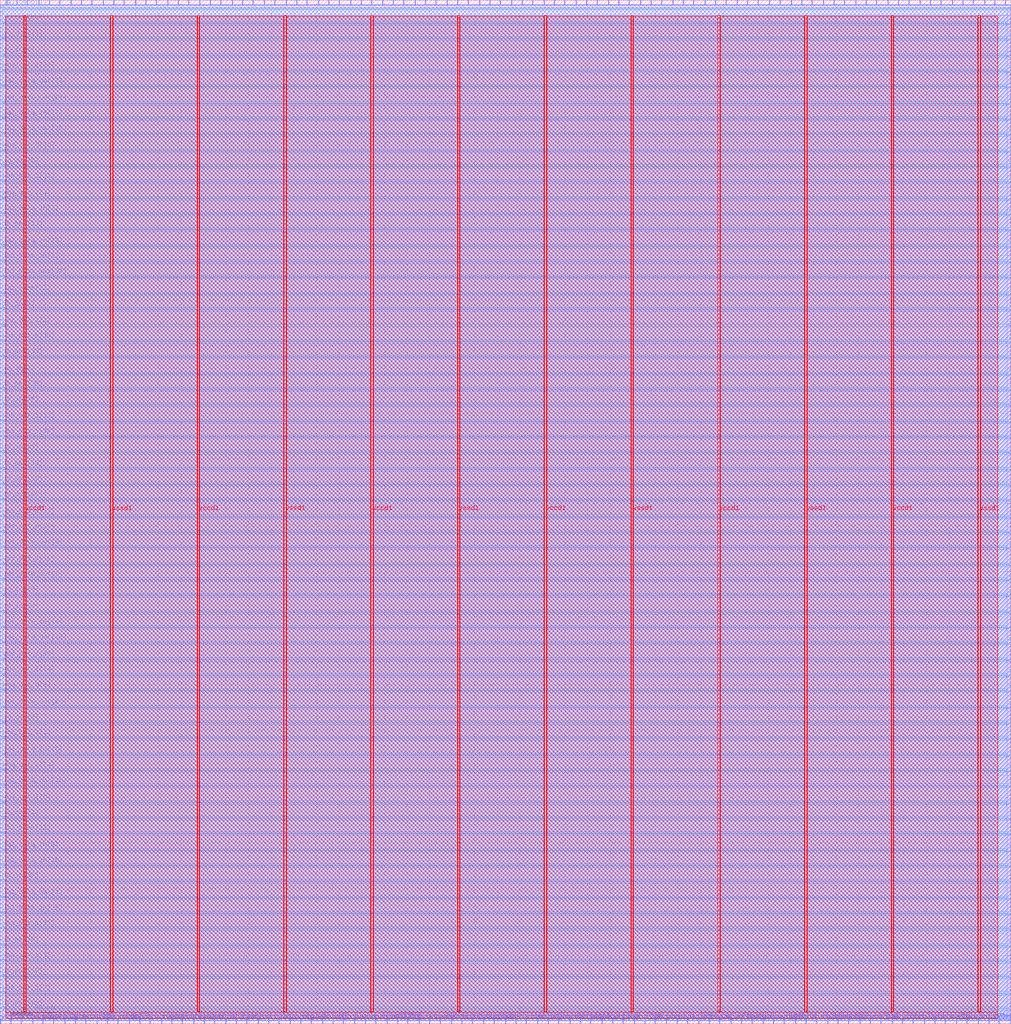
<source format=lef>
VERSION 5.7 ;
  NOWIREEXTENSIONATPIN ON ;
  DIVIDERCHAR "/" ;
  BUSBITCHARS "[]" ;
MACRO wrapped_silife
  CLASS BLOCK ;
  FOREIGN wrapped_silife ;
  ORIGIN 0.000 0.000 ;
  SIZE 894.870 BY 905.590 ;
  PIN active
    DIRECTION INPUT ;
    USE SIGNAL ;
    PORT
      LAYER met2 ;
        RECT 294.350 0.000 294.910 4.000 ;
    END
  END active
  PIN io_in[0]
    DIRECTION INPUT ;
    USE SIGNAL ;
    PORT
      LAYER met3 ;
        RECT 0.000 632.140 4.000 633.340 ;
    END
  END io_in[0]
  PIN io_in[10]
    DIRECTION INPUT ;
    USE SIGNAL ;
    PORT
      LAYER met2 ;
        RECT 33.990 901.590 34.550 905.590 ;
    END
  END io_in[10]
  PIN io_in[11]
    DIRECTION INPUT ;
    USE SIGNAL ;
    PORT
      LAYER met3 ;
        RECT 890.870 827.980 894.870 829.180 ;
    END
  END io_in[11]
  PIN io_in[12]
    DIRECTION INPUT ;
    USE SIGNAL ;
    PORT
      LAYER met2 ;
        RECT 43.190 901.590 43.750 905.590 ;
    END
  END io_in[12]
  PIN io_in[13]
    DIRECTION INPUT ;
    USE SIGNAL ;
    PORT
      LAYER met2 ;
        RECT 328.390 901.590 328.950 905.590 ;
    END
  END io_in[13]
  PIN io_in[14]
    DIRECTION INPUT ;
    USE SIGNAL ;
    PORT
      LAYER met2 ;
        RECT 465.470 0.000 466.030 4.000 ;
    END
  END io_in[14]
  PIN io_in[15]
    DIRECTION INPUT ;
    USE SIGNAL ;
    PORT
      LAYER met2 ;
        RECT 367.030 901.590 367.590 905.590 ;
    END
  END io_in[15]
  PIN io_in[16]
    DIRECTION INPUT ;
    USE SIGNAL ;
    PORT
      LAYER met2 ;
        RECT 832.550 901.590 833.110 905.590 ;
    END
  END io_in[16]
  PIN io_in[17]
    DIRECTION INPUT ;
    USE SIGNAL ;
    PORT
      LAYER met2 ;
        RECT 275.030 0.000 275.590 4.000 ;
    END
  END io_in[17]
  PIN io_in[18]
    DIRECTION INPUT ;
    USE SIGNAL ;
    PORT
      LAYER met3 ;
        RECT 0.000 379.180 4.000 380.380 ;
    END
  END io_in[18]
  PIN io_in[19]
    DIRECTION INPUT ;
    USE SIGNAL ;
    PORT
      LAYER met3 ;
        RECT 890.870 813.020 894.870 814.220 ;
    END
  END io_in[19]
  PIN io_in[1]
    DIRECTION INPUT ;
    USE SIGNAL ;
    PORT
      LAYER met3 ;
        RECT 0.000 856.540 4.000 857.740 ;
    END
  END io_in[1]
  PIN io_in[20]
    DIRECTION INPUT ;
    USE SIGNAL ;
    PORT
      LAYER met2 ;
        RECT 199.590 0.000 200.150 4.000 ;
    END
  END io_in[20]
  PIN io_in[21]
    DIRECTION INPUT ;
    USE SIGNAL ;
    PORT
      LAYER met2 ;
        RECT 470.990 901.590 471.550 905.590 ;
    END
  END io_in[21]
  PIN io_in[22]
    DIRECTION INPUT ;
    USE SIGNAL ;
    PORT
      LAYER met2 ;
        RECT 427.750 0.000 428.310 4.000 ;
    END
  END io_in[22]
  PIN io_in[23]
    DIRECTION INPUT ;
    USE SIGNAL ;
    PORT
      LAYER met2 ;
        RECT 62.510 901.590 63.070 905.590 ;
    END
  END io_in[23]
  PIN io_in[24]
    DIRECTION INPUT ;
    USE SIGNAL ;
    PORT
      LAYER met3 ;
        RECT 890.870 109.900 894.870 111.100 ;
    END
  END io_in[24]
  PIN io_in[25]
    DIRECTION INPUT ;
    USE SIGNAL ;
    PORT
      LAYER met3 ;
        RECT 890.870 644.380 894.870 645.580 ;
    END
  END io_in[25]
  PIN io_in[26]
    DIRECTION INPUT ;
    USE SIGNAL ;
    PORT
      LAYER met2 ;
        RECT 855.550 0.000 856.110 4.000 ;
    END
  END io_in[26]
  PIN io_in[27]
    DIRECTION INPUT ;
    USE SIGNAL ;
    PORT
      LAYER met3 ;
        RECT 0.000 505.660 4.000 506.860 ;
    END
  END io_in[27]
  PIN io_in[28]
    DIRECTION INPUT ;
    USE SIGNAL ;
    PORT
      LAYER met2 ;
        RECT 262.150 901.590 262.710 905.590 ;
    END
  END io_in[28]
  PIN io_in[29]
    DIRECTION INPUT ;
    USE SIGNAL ;
    PORT
      LAYER met2 ;
        RECT 103.910 0.000 104.470 4.000 ;
    END
  END io_in[29]
  PIN io_in[2]
    DIRECTION INPUT ;
    USE SIGNAL ;
    PORT
      LAYER met3 ;
        RECT 0.000 575.020 4.000 576.220 ;
    END
  END io_in[2]
  PIN io_in[30]
    DIRECTION INPUT ;
    USE SIGNAL ;
    PORT
      LAYER met3 ;
        RECT 0.000 126.220 4.000 127.420 ;
    END
  END io_in[30]
  PIN io_in[31]
    DIRECTION INPUT ;
    USE SIGNAL ;
    PORT
      LAYER met2 ;
        RECT 528.030 901.590 528.590 905.590 ;
    END
  END io_in[31]
  PIN io_in[32]
    DIRECTION INPUT ;
    USE SIGNAL ;
    PORT
      LAYER met2 ;
        RECT 570.350 0.000 570.910 4.000 ;
    END
  END io_in[32]
  PIN io_in[33]
    DIRECTION INPUT ;
    USE SIGNAL ;
    PORT
      LAYER met3 ;
        RECT 890.870 770.860 894.870 772.060 ;
    END
  END io_in[33]
  PIN io_in[34]
    DIRECTION INPUT ;
    USE SIGNAL ;
    PORT
      LAYER met3 ;
        RECT 0.000 547.820 4.000 549.020 ;
    END
  END io_in[34]
  PIN io_in[35]
    DIRECTION INPUT ;
    USE SIGNAL ;
    PORT
      LAYER met2 ;
        RECT 37.670 0.000 38.230 4.000 ;
    END
  END io_in[35]
  PIN io_in[36]
    DIRECTION INPUT ;
    USE SIGNAL ;
    PORT
      LAYER met3 ;
        RECT 0.000 364.220 4.000 365.420 ;
    END
  END io_in[36]
  PIN io_in[37]
    DIRECTION INPUT ;
    USE SIGNAL ;
    PORT
      LAYER met3 ;
        RECT 890.870 236.380 894.870 237.580 ;
    END
  END io_in[37]
  PIN io_in[3]
    DIRECTION INPUT ;
    USE SIGNAL ;
    PORT
      LAYER met2 ;
        RECT 242.830 901.590 243.390 905.590 ;
    END
  END io_in[3]
  PIN io_in[4]
    DIRECTION INPUT ;
    USE SIGNAL ;
    PORT
      LAYER met2 ;
        RECT 80.910 901.590 81.470 905.590 ;
    END
  END io_in[4]
  PIN io_in[5]
    DIRECTION INPUT ;
    USE SIGNAL ;
    PORT
      LAYER met2 ;
        RECT 342.190 0.000 342.750 4.000 ;
    END
  END io_in[5]
  PIN io_in[6]
    DIRECTION INPUT ;
    USE SIGNAL ;
    PORT
      LAYER met2 ;
        RECT 670.630 901.590 671.190 905.590 ;
    END
  END io_in[6]
  PIN io_in[7]
    DIRECTION INPUT ;
    USE SIGNAL ;
    PORT
      LAYER met2 ;
        RECT 585.070 901.590 585.630 905.590 ;
    END
  END io_in[7]
  PIN io_in[8]
    DIRECTION INPUT ;
    USE SIGNAL ;
    PORT
      LAYER met2 ;
        RECT 233.630 901.590 234.190 905.590 ;
    END
  END io_in[8]
  PIN io_in[9]
    DIRECTION INPUT ;
    USE SIGNAL ;
    PORT
      LAYER met3 ;
        RECT 890.870 883.740 894.870 884.940 ;
    END
  END io_in[9]
  PIN io_oeb[0]
    DIRECTION OUTPUT TRISTATE ;
    USE SIGNAL ;
    PORT
      LAYER met2 ;
        RECT 775.510 901.590 776.070 905.590 ;
    END
  END io_oeb[0]
  PIN io_oeb[10]
    DIRECTION OUTPUT TRISTATE ;
    USE SIGNAL ;
    PORT
      LAYER met3 ;
        RECT 0.000 477.100 4.000 478.300 ;
    END
  END io_oeb[10]
  PIN io_oeb[11]
    DIRECTION OUTPUT TRISTATE ;
    USE SIGNAL ;
    PORT
      LAYER met2 ;
        RECT 709.270 901.590 709.830 905.590 ;
    END
  END io_oeb[11]
  PIN io_oeb[12]
    DIRECTION OUTPUT TRISTATE ;
    USE SIGNAL ;
    PORT
      LAYER met3 ;
        RECT 890.870 672.940 894.870 674.140 ;
    END
  END io_oeb[12]
  PIN io_oeb[13]
    DIRECTION OUTPUT TRISTATE ;
    USE SIGNAL ;
    PORT
      LAYER met3 ;
        RECT 0.000 702.860 4.000 704.060 ;
    END
  END io_oeb[13]
  PIN io_oeb[14]
    DIRECTION OUTPUT TRISTATE ;
    USE SIGNAL ;
    PORT
      LAYER met3 ;
        RECT 890.870 405.020 894.870 406.220 ;
    END
  END io_oeb[14]
  PIN io_oeb[15]
    DIRECTION OUTPUT TRISTATE ;
    USE SIGNAL ;
    PORT
      LAYER met2 ;
        RECT 94.710 0.000 95.270 4.000 ;
    END
  END io_oeb[15]
  PIN io_oeb[16]
    DIRECTION OUTPUT TRISTATE ;
    USE SIGNAL ;
    PORT
      LAYER met2 ;
        RECT 798.510 0.000 799.070 4.000 ;
    END
  END io_oeb[16]
  PIN io_oeb[17]
    DIRECTION OUTPUT TRISTATE ;
    USE SIGNAL ;
    PORT
      LAYER met2 ;
        RECT 194.990 901.590 195.550 905.590 ;
    END
  END io_oeb[17]
  PIN io_oeb[18]
    DIRECTION OUTPUT TRISTATE ;
    USE SIGNAL ;
    PORT
      LAYER met3 ;
        RECT 0.000 490.700 4.000 491.900 ;
    END
  END io_oeb[18]
  PIN io_oeb[19]
    DIRECTION OUTPUT TRISTATE ;
    USE SIGNAL ;
    PORT
      LAYER met3 ;
        RECT 890.870 209.180 894.870 210.380 ;
    END
  END io_oeb[19]
  PIN io_oeb[1]
    DIRECTION OUTPUT TRISTATE ;
    USE SIGNAL ;
    PORT
      LAYER met3 ;
        RECT 0.000 181.980 4.000 183.180 ;
    END
  END io_oeb[1]
  PIN io_oeb[20]
    DIRECTION OUTPUT TRISTATE ;
    USE SIGNAL ;
    PORT
      LAYER met2 ;
        RECT 433.270 901.590 433.830 905.590 ;
    END
  END io_oeb[20]
  PIN io_oeb[21]
    DIRECTION OUTPUT TRISTATE ;
    USE SIGNAL ;
    PORT
      LAYER met2 ;
        RECT 338.510 901.590 339.070 905.590 ;
    END
  END io_oeb[21]
  PIN io_oeb[22]
    DIRECTION OUTPUT TRISTATE ;
    USE SIGNAL ;
    PORT
      LAYER met2 ;
        RECT 351.390 0.000 351.950 4.000 ;
    END
  END io_oeb[22]
  PIN io_oeb[23]
    DIRECTION OUTPUT TRISTATE ;
    USE SIGNAL ;
    PORT
      LAYER met3 ;
        RECT 0.000 13.340 4.000 14.540 ;
    END
  END io_oeb[23]
  PIN io_oeb[24]
    DIRECTION OUTPUT TRISTATE ;
    USE SIGNAL ;
    PORT
      LAYER met2 ;
        RECT 256.630 0.000 257.190 4.000 ;
    END
  END io_oeb[24]
  PIN io_oeb[25]
    DIRECTION OUTPUT TRISTATE ;
    USE SIGNAL ;
    PORT
      LAYER met2 ;
        RECT 760.790 0.000 761.350 4.000 ;
    END
  END io_oeb[25]
  PIN io_oeb[26]
    DIRECTION OUTPUT TRISTATE ;
    USE SIGNAL ;
    PORT
      LAYER met3 ;
        RECT 0.000 561.420 4.000 562.620 ;
    END
  END io_oeb[26]
  PIN io_oeb[27]
    DIRECTION OUTPUT TRISTATE ;
    USE SIGNAL ;
    PORT
      LAYER met3 ;
        RECT 890.870 489.340 894.870 490.540 ;
    END
  END io_oeb[27]
  PIN io_oeb[28]
    DIRECTION OUTPUT TRISTATE ;
    USE SIGNAL ;
    PORT
      LAYER met2 ;
        RECT 874.870 0.000 875.430 4.000 ;
    END
  END io_oeb[28]
  PIN io_oeb[29]
    DIRECTION OUTPUT TRISTATE ;
    USE SIGNAL ;
    PORT
      LAYER met2 ;
        RECT 675.230 0.000 675.790 4.000 ;
    END
  END io_oeb[29]
  PIN io_oeb[2]
    DIRECTION OUTPUT TRISTATE ;
    USE SIGNAL ;
    PORT
      LAYER met3 ;
        RECT 0.000 266.300 4.000 267.500 ;
    END
  END io_oeb[2]
  PIN io_oeb[30]
    DIRECTION OUTPUT TRISTATE ;
    USE SIGNAL ;
    PORT
      LAYER met3 ;
        RECT 890.870 546.460 894.870 547.660 ;
    END
  END io_oeb[30]
  PIN io_oeb[31]
    DIRECTION OUTPUT TRISTATE ;
    USE SIGNAL ;
    PORT
      LAYER met2 ;
        RECT 208.790 0.000 209.350 4.000 ;
    END
  END io_oeb[31]
  PIN io_oeb[32]
    DIRECTION OUTPUT TRISTATE ;
    USE SIGNAL ;
    PORT
      LAYER met2 ;
        RECT 347.710 901.590 348.270 905.590 ;
    END
  END io_oeb[32]
  PIN io_oeb[33]
    DIRECTION OUTPUT TRISTATE ;
    USE SIGNAL ;
    PORT
      LAYER met2 ;
        RECT 766.310 901.590 766.870 905.590 ;
    END
  END io_oeb[33]
  PIN io_oeb[34]
    DIRECTION OUTPUT TRISTATE ;
    USE SIGNAL ;
    PORT
      LAYER met3 ;
        RECT 890.870 560.060 894.870 561.260 ;
    END
  END io_oeb[34]
  PIN io_oeb[35]
    DIRECTION OUTPUT TRISTATE ;
    USE SIGNAL ;
    PORT
      LAYER met2 ;
        RECT 417.630 0.000 418.190 4.000 ;
    END
  END io_oeb[35]
  PIN io_oeb[36]
    DIRECTION OUTPUT TRISTATE ;
    USE SIGNAL ;
    PORT
      LAYER met2 ;
        RECT 884.070 0.000 884.630 4.000 ;
    END
  END io_oeb[36]
  PIN io_oeb[37]
    DIRECTION OUTPUT TRISTATE ;
    USE SIGNAL ;
    PORT
      LAYER met2 ;
        RECT 180.270 0.000 180.830 4.000 ;
    END
  END io_oeb[37]
  PIN io_oeb[3]
    DIRECTION OUTPUT TRISTATE ;
    USE SIGNAL ;
    PORT
      LAYER met3 ;
        RECT 890.870 194.220 894.870 195.420 ;
    END
  END io_oeb[3]
  PIN io_oeb[4]
    DIRECTION OUTPUT TRISTATE ;
    USE SIGNAL ;
    PORT
      LAYER met2 ;
        RECT 424.070 901.590 424.630 905.590 ;
    END
  END io_oeb[4]
  PIN io_oeb[5]
    DIRECTION OUTPUT TRISTATE ;
    USE SIGNAL ;
    PORT
      LAYER met3 ;
        RECT 0.000 758.620 4.000 759.820 ;
    END
  END io_oeb[5]
  PIN io_oeb[6]
    DIRECTION OUTPUT TRISTATE ;
    USE SIGNAL ;
    PORT
      LAYER met3 ;
        RECT 0.000 69.100 4.000 70.300 ;
    END
  END io_oeb[6]
  PIN io_oeb[7]
    DIRECTION OUTPUT TRISTATE ;
    USE SIGNAL ;
    PORT
      LAYER met2 ;
        RECT 452.590 901.590 453.150 905.590 ;
    END
  END io_oeb[7]
  PIN io_oeb[8]
    DIRECTION OUTPUT TRISTATE ;
    USE SIGNAL ;
    PORT
      LAYER met2 ;
        RECT 827.030 0.000 827.590 4.000 ;
    END
  END io_oeb[8]
  PIN io_oeb[9]
    DIRECTION OUTPUT TRISTATE ;
    USE SIGNAL ;
    PORT
      LAYER met3 ;
        RECT 890.870 447.180 894.870 448.380 ;
    END
  END io_oeb[9]
  PIN io_out[0]
    DIRECTION OUTPUT TRISTATE ;
    USE SIGNAL ;
    PORT
      LAYER met2 ;
        RECT 237.310 0.000 237.870 4.000 ;
    END
  END io_out[0]
  PIN io_out[10]
    DIRECTION OUTPUT TRISTATE ;
    USE SIGNAL ;
    PORT
      LAYER met3 ;
        RECT 0.000 41.900 4.000 43.100 ;
    END
  END io_out[10]
  PIN io_out[11]
    DIRECTION OUTPUT TRISTATE ;
    USE SIGNAL ;
    PORT
      LAYER met2 ;
        RECT 271.350 901.590 271.910 905.590 ;
    END
  END io_out[11]
  PIN io_out[12]
    DIRECTION OUTPUT TRISTATE ;
    USE SIGNAL ;
    PORT
      LAYER met2 ;
        RECT 684.430 0.000 684.990 4.000 ;
    END
  END io_out[12]
  PIN io_out[13]
    DIRECTION OUTPUT TRISTATE ;
    USE SIGNAL ;
    PORT
      LAYER met3 ;
        RECT 0.000 871.500 4.000 872.700 ;
    END
  END io_out[13]
  PIN io_out[14]
    DIRECTION OUTPUT TRISTATE ;
    USE SIGNAL ;
    PORT
      LAYER met3 ;
        RECT 890.870 475.740 894.870 476.940 ;
    END
  END io_out[14]
  PIN io_out[15]
    DIRECTION OUTPUT TRISTATE ;
    USE SIGNAL ;
    PORT
      LAYER met3 ;
        RECT 890.870 897.340 894.870 898.540 ;
    END
  END io_out[15]
  PIN io_out[16]
    DIRECTION OUTPUT TRISTATE ;
    USE SIGNAL ;
    PORT
      LAYER met2 ;
        RECT 442.470 901.590 443.030 905.590 ;
    END
  END io_out[16]
  PIN io_out[17]
    DIRECTION OUTPUT TRISTATE ;
    USE SIGNAL ;
    PORT
      LAYER met3 ;
        RECT 890.870 659.340 894.870 660.540 ;
    END
  END io_out[17]
  PIN io_out[18]
    DIRECTION OUTPUT TRISTATE ;
    USE SIGNAL ;
    PORT
      LAYER met2 ;
        RECT 718.470 901.590 719.030 905.590 ;
    END
  END io_out[18]
  PIN io_out[19]
    DIRECTION OUTPUT TRISTATE ;
    USE SIGNAL ;
    PORT
      LAYER met2 ;
        RECT 871.190 901.590 871.750 905.590 ;
    END
  END io_out[19]
  PIN io_out[1]
    DIRECTION OUTPUT TRISTATE ;
    USE SIGNAL ;
    PORT
      LAYER met2 ;
        RECT 290.670 901.590 291.230 905.590 ;
    END
  END io_out[1]
  PIN io_out[20]
    DIRECTION OUTPUT TRISTATE ;
    USE SIGNAL ;
    PORT
      LAYER met3 ;
        RECT 890.870 167.020 894.870 168.220 ;
    END
  END io_out[20]
  PIN io_out[21]
    DIRECTION OUTPUT TRISTATE ;
    USE SIGNAL ;
    PORT
      LAYER met2 ;
        RECT 623.710 901.590 624.270 905.590 ;
    END
  END io_out[21]
  PIN io_out[22]
    DIRECTION OUTPUT TRISTATE ;
    USE SIGNAL ;
    PORT
      LAYER met2 ;
        RECT 880.390 901.590 880.950 905.590 ;
    END
  END io_out[22]
  PIN io_out[23]
    DIRECTION OUTPUT TRISTATE ;
    USE SIGNAL ;
    PORT
      LAYER met3 ;
        RECT 0.000 463.500 4.000 464.700 ;
    END
  END io_out[23]
  PIN io_out[24]
    DIRECTION OUTPUT TRISTATE ;
    USE SIGNAL ;
    PORT
      LAYER met2 ;
        RECT 779.190 0.000 779.750 4.000 ;
    END
  END io_out[24]
  PIN io_out[25]
    DIRECTION OUTPUT TRISTATE ;
    USE SIGNAL ;
    PORT
      LAYER met3 ;
        RECT 890.870 180.620 894.870 181.820 ;
    END
  END io_out[25]
  PIN io_out[26]
    DIRECTION OUTPUT TRISTATE ;
    USE SIGNAL ;
    PORT
      LAYER met2 ;
        RECT 627.390 0.000 627.950 4.000 ;
    END
  END io_out[26]
  PIN io_out[27]
    DIRECTION OUTPUT TRISTATE ;
    USE SIGNAL ;
    PORT
      LAYER met2 ;
        RECT 157.270 901.590 157.830 905.590 ;
    END
  END io_out[27]
  PIN io_out[28]
    DIRECTION OUTPUT TRISTATE ;
    USE SIGNAL ;
    PORT
      LAYER met2 ;
        RECT 551.030 0.000 551.590 4.000 ;
    END
  END io_out[28]
  PIN io_out[29]
    DIRECTION OUTPUT TRISTATE ;
    USE SIGNAL ;
    PORT
      LAYER met2 ;
        RECT 66.190 0.000 66.750 4.000 ;
    END
  END io_out[29]
  PIN io_out[2]
    DIRECTION OUTPUT TRISTATE ;
    USE SIGNAL ;
    PORT
      LAYER met2 ;
        RECT 71.710 901.590 72.270 905.590 ;
    END
  END io_out[2]
  PIN io_out[30]
    DIRECTION OUTPUT TRISTATE ;
    USE SIGNAL ;
    PORT
      LAYER met3 ;
        RECT 890.870 320.700 894.870 321.900 ;
    END
  END io_out[30]
  PIN io_out[31]
    DIRECTION OUTPUT TRISTATE ;
    USE SIGNAL ;
    PORT
      LAYER met2 ;
        RECT 189.470 0.000 190.030 4.000 ;
    END
  END io_out[31]
  PIN io_out[32]
    DIRECTION OUTPUT TRISTATE ;
    USE SIGNAL ;
    PORT
      LAYER met2 ;
        RECT 732.270 0.000 732.830 4.000 ;
    END
  END io_out[32]
  PIN io_out[33]
    DIRECTION OUTPUT TRISTATE ;
    USE SIGNAL ;
    PORT
      LAYER met3 ;
        RECT 0.000 589.980 4.000 591.180 ;
    END
  END io_out[33]
  PIN io_out[34]
    DIRECTION OUTPUT TRISTATE ;
    USE SIGNAL ;
    PORT
      LAYER met3 ;
        RECT 0.000 885.100 4.000 886.300 ;
    END
  END io_out[34]
  PIN io_out[35]
    DIRECTION OUTPUT TRISTATE ;
    USE SIGNAL ;
    PORT
      LAYER met2 ;
        RECT 518.830 901.590 519.390 905.590 ;
    END
  END io_out[35]
  PIN io_out[36]
    DIRECTION OUTPUT TRISTATE ;
    USE SIGNAL ;
    PORT
      LAYER met2 ;
        RECT 652.230 901.590 652.790 905.590 ;
    END
  END io_out[36]
  PIN io_out[37]
    DIRECTION OUTPUT TRISTATE ;
    USE SIGNAL ;
    PORT
      LAYER met2 ;
        RECT 142.550 0.000 143.110 4.000 ;
    END
  END io_out[37]
  PIN io_out[3]
    DIRECTION OUTPUT TRISTATE ;
    USE SIGNAL ;
    PORT
      LAYER met3 ;
        RECT 890.870 743.660 894.870 744.860 ;
    END
  END io_out[3]
  PIN io_out[4]
    DIRECTION OUTPUT TRISTATE ;
    USE SIGNAL ;
    PORT
      LAYER met2 ;
        RECT 538.150 901.590 538.710 905.590 ;
    END
  END io_out[4]
  PIN io_out[5]
    DIRECTION OUTPUT TRISTATE ;
    USE SIGNAL ;
    PORT
      LAYER met2 ;
        RECT 532.630 0.000 533.190 4.000 ;
    END
  END io_out[5]
  PIN io_out[6]
    DIRECTION OUTPUT TRISTATE ;
    USE SIGNAL ;
    PORT
      LAYER met2 ;
        RECT 598.870 0.000 599.430 4.000 ;
    END
  END io_out[6]
  PIN io_out[7]
    DIRECTION OUTPUT TRISTATE ;
    USE SIGNAL ;
    PORT
      LAYER met2 ;
        RECT 332.070 0.000 332.630 4.000 ;
    END
  END io_out[7]
  PIN io_out[8]
    DIRECTION OUTPUT TRISTATE ;
    USE SIGNAL ;
    PORT
      LAYER met2 ;
        RECT 604.390 901.590 604.950 905.590 ;
    END
  END io_out[8]
  PIN io_out[9]
    DIRECTION OUTPUT TRISTATE ;
    USE SIGNAL ;
    PORT
      LAYER met3 ;
        RECT 890.870 504.300 894.870 505.500 ;
    END
  END io_out[9]
  PIN la1_data_in[0]
    DIRECTION INPUT ;
    USE SIGNAL ;
    PORT
      LAYER met3 ;
        RECT 890.870 124.860 894.870 126.060 ;
    END
  END la1_data_in[0]
  PIN la1_data_in[10]
    DIRECTION INPUT ;
    USE SIGNAL ;
    PORT
      LAYER met2 ;
        RECT 309.990 901.590 310.550 905.590 ;
    END
  END la1_data_in[10]
  PIN la1_data_in[11]
    DIRECTION INPUT ;
    USE SIGNAL ;
    PORT
      LAYER met2 ;
        RECT 100.230 901.590 100.790 905.590 ;
    END
  END la1_data_in[11]
  PIN la1_data_in[12]
    DIRECTION INPUT ;
    USE SIGNAL ;
    PORT
      LAYER met2 ;
        RECT 148.070 901.590 148.630 905.590 ;
    END
  END la1_data_in[12]
  PIN la1_data_in[13]
    DIRECTION INPUT ;
    USE SIGNAL ;
    PORT
      LAYER met3 ;
        RECT 0.000 687.900 4.000 689.100 ;
    END
  END la1_data_in[13]
  PIN la1_data_in[14]
    DIRECTION INPUT ;
    USE SIGNAL ;
    PORT
      LAYER met3 ;
        RECT 0.000 350.620 4.000 351.820 ;
    END
  END la1_data_in[14]
  PIN la1_data_in[15]
    DIRECTION INPUT ;
    USE SIGNAL ;
    PORT
      LAYER met3 ;
        RECT 0.000 237.740 4.000 238.940 ;
    END
  END la1_data_in[15]
  PIN la1_data_in[16]
    DIRECTION INPUT ;
    USE SIGNAL ;
    PORT
      LAYER met3 ;
        RECT 0.000 139.820 4.000 141.020 ;
    END
  END la1_data_in[16]
  PIN la1_data_in[17]
    DIRECTION INPUT ;
    USE SIGNAL ;
    PORT
      LAYER met2 ;
        RECT 836.230 0.000 836.790 4.000 ;
    END
  END la1_data_in[17]
  PIN la1_data_in[18]
    DIRECTION INPUT ;
    USE SIGNAL ;
    PORT
      LAYER met3 ;
        RECT 890.870 617.180 894.870 618.380 ;
    END
  END la1_data_in[18]
  PIN la1_data_in[19]
    DIRECTION INPUT ;
    USE SIGNAL ;
    PORT
      LAYER met2 ;
        RECT 46.870 0.000 47.430 4.000 ;
    END
  END la1_data_in[19]
  PIN la1_data_in[1]
    DIRECTION INPUT ;
    USE SIGNAL ;
    PORT
      LAYER met3 ;
        RECT 0.000 674.300 4.000 675.500 ;
    END
  END la1_data_in[1]
  PIN la1_data_in[20]
    DIRECTION INPUT ;
    USE SIGNAL ;
    PORT
      LAYER met2 ;
        RECT 303.550 0.000 304.110 4.000 ;
    END
  END la1_data_in[20]
  PIN la1_data_in[21]
    DIRECTION INPUT ;
    USE SIGNAL ;
    PORT
      LAYER met2 ;
        RECT 851.870 901.590 852.430 905.590 ;
    END
  END la1_data_in[21]
  PIN la1_data_in[22]
    DIRECTION INPUT ;
    USE SIGNAL ;
    PORT
      LAYER met2 ;
        RECT 356.910 901.590 357.470 905.590 ;
    END
  END la1_data_in[22]
  PIN la1_data_in[23]
    DIRECTION INPUT ;
    USE SIGNAL ;
    PORT
      LAYER met2 ;
        RECT 693.630 0.000 694.190 4.000 ;
    END
  END la1_data_in[23]
  PIN la1_data_in[24]
    DIRECTION INPUT ;
    USE SIGNAL ;
    PORT
      LAYER met2 ;
        RECT 281.470 901.590 282.030 905.590 ;
    END
  END la1_data_in[24]
  PIN la1_data_in[25]
    DIRECTION INPUT ;
    USE SIGNAL ;
    PORT
      LAYER met3 ;
        RECT 0.000 97.660 4.000 98.860 ;
    END
  END la1_data_in[25]
  PIN la1_data_in[26]
    DIRECTION INPUT ;
    USE SIGNAL ;
    PORT
      LAYER met3 ;
        RECT 890.870 264.940 894.870 266.140 ;
    END
  END la1_data_in[26]
  PIN la1_data_in[27]
    DIRECTION INPUT ;
    USE SIGNAL ;
    PORT
      LAYER met3 ;
        RECT 0.000 800.780 4.000 801.980 ;
    END
  END la1_data_in[27]
  PIN la1_data_in[28]
    DIRECTION INPUT ;
    USE SIGNAL ;
    PORT
      LAYER met3 ;
        RECT 890.870 855.180 894.870 856.380 ;
    END
  END la1_data_in[28]
  PIN la1_data_in[29]
    DIRECTION INPUT ;
    USE SIGNAL ;
    PORT
      LAYER met2 ;
        RECT 5.470 901.590 6.030 905.590 ;
    END
  END la1_data_in[29]
  PIN la1_data_in[2]
    DIRECTION INPUT ;
    USE SIGNAL ;
    PORT
      LAYER met3 ;
        RECT 0.000 716.460 4.000 717.660 ;
    END
  END la1_data_in[2]
  PIN la1_data_in[30]
    DIRECTION INPUT ;
    USE SIGNAL ;
    PORT
      LAYER met2 ;
        RECT 618.190 0.000 618.750 4.000 ;
    END
  END la1_data_in[30]
  PIN la1_data_in[31]
    DIRECTION INPUT ;
    USE SIGNAL ;
    PORT
      LAYER met2 ;
        RECT 741.470 0.000 742.030 4.000 ;
    END
  END la1_data_in[31]
  PIN la1_data_in[3]
    DIRECTION INPUT ;
    USE SIGNAL ;
    PORT
      LAYER met3 ;
        RECT 890.870 433.580 894.870 434.780 ;
    END
  END la1_data_in[3]
  PIN la1_data_in[4]
    DIRECTION INPUT ;
    USE SIGNAL ;
    PORT
      LAYER met2 ;
        RECT 481.110 901.590 481.670 905.590 ;
    END
  END la1_data_in[4]
  PIN la1_data_in[5]
    DIRECTION INPUT ;
    USE SIGNAL ;
    PORT
      LAYER met2 ;
        RECT 865.670 0.000 866.230 4.000 ;
    END
  END la1_data_in[5]
  PIN la1_data_in[6]
    DIRECTION INPUT ;
    USE SIGNAL ;
    PORT
      LAYER met2 ;
        RECT 807.710 0.000 808.270 4.000 ;
    END
  END la1_data_in[6]
  PIN la1_data_in[7]
    DIRECTION INPUT ;
    USE SIGNAL ;
    PORT
      LAYER met2 ;
        RECT 490.310 901.590 490.870 905.590 ;
    END
  END la1_data_in[7]
  PIN la1_data_in[8]
    DIRECTION INPUT ;
    USE SIGNAL ;
    PORT
      LAYER met3 ;
        RECT 890.870 40.540 894.870 41.740 ;
    END
  END la1_data_in[8]
  PIN la1_data_in[9]
    DIRECTION INPUT ;
    USE SIGNAL ;
    PORT
      LAYER met3 ;
        RECT 0.000 153.420 4.000 154.620 ;
    END
  END la1_data_in[9]
  PIN la1_data_out[0]
    DIRECTION OUTPUT TRISTATE ;
    USE SIGNAL ;
    PORT
      LAYER met3 ;
        RECT 890.870 54.140 894.870 55.340 ;
    END
  END la1_data_out[0]
  PIN la1_data_out[10]
    DIRECTION OUTPUT TRISTATE ;
    USE SIGNAL ;
    PORT
      LAYER met3 ;
        RECT 0.000 787.180 4.000 788.380 ;
    END
  END la1_data_out[10]
  PIN la1_data_out[11]
    DIRECTION OUTPUT TRISTATE ;
    USE SIGNAL ;
    PORT
      LAYER met2 ;
        RECT 109.430 901.590 109.990 905.590 ;
    END
  END la1_data_out[11]
  PIN la1_data_out[12]
    DIRECTION OUTPUT TRISTATE ;
    USE SIGNAL ;
    PORT
      LAYER met3 ;
        RECT 0.000 337.020 4.000 338.220 ;
    END
  END la1_data_out[12]
  PIN la1_data_out[13]
    DIRECTION OUTPUT TRISTATE ;
    USE SIGNAL ;
    PORT
      LAYER met2 ;
        RECT 132.430 0.000 132.990 4.000 ;
    END
  END la1_data_out[13]
  PIN la1_data_out[14]
    DIRECTION OUTPUT TRISTATE ;
    USE SIGNAL ;
    PORT
      LAYER met2 ;
        RECT 475.590 0.000 476.150 4.000 ;
    END
  END la1_data_out[14]
  PIN la1_data_out[15]
    DIRECTION OUTPUT TRISTATE ;
    USE SIGNAL ;
    PORT
      LAYER met2 ;
        RECT 737.790 901.590 738.350 905.590 ;
    END
  END la1_data_out[15]
  PIN la1_data_out[16]
    DIRECTION OUTPUT TRISTATE ;
    USE SIGNAL ;
    PORT
      LAYER met2 ;
        RECT 376.230 901.590 376.790 905.590 ;
    END
  END la1_data_out[16]
  PIN la1_data_out[17]
    DIRECTION OUTPUT TRISTATE ;
    USE SIGNAL ;
    PORT
      LAYER met3 ;
        RECT 890.870 531.500 894.870 532.700 ;
    END
  END la1_data_out[17]
  PIN la1_data_out[18]
    DIRECTION OUTPUT TRISTATE ;
    USE SIGNAL ;
    PORT
      LAYER met3 ;
        RECT 0.000 210.540 4.000 211.740 ;
    END
  END la1_data_out[18]
  PIN la1_data_out[19]
    DIRECTION OUTPUT TRISTATE ;
    USE SIGNAL ;
    PORT
      LAYER met3 ;
        RECT 890.870 701.500 894.870 702.700 ;
    END
  END la1_data_out[19]
  PIN la1_data_out[1]
    DIRECTION OUTPUT TRISTATE ;
    USE SIGNAL ;
    PORT
      LAYER met2 ;
        RECT 461.790 901.590 462.350 905.590 ;
    END
  END la1_data_out[1]
  PIN la1_data_out[20]
    DIRECTION OUTPUT TRISTATE ;
    USE SIGNAL ;
    PORT
      LAYER met3 ;
        RECT 0.000 279.900 4.000 281.100 ;
    END
  END la1_data_out[20]
  PIN la1_data_out[21]
    DIRECTION OUTPUT TRISTATE ;
    USE SIGNAL ;
    PORT
      LAYER met2 ;
        RECT 128.750 901.590 129.310 905.590 ;
    END
  END la1_data_out[21]
  PIN la1_data_out[22]
    DIRECTION OUTPUT TRISTATE ;
    USE SIGNAL ;
    PORT
      LAYER met2 ;
        RECT 252.950 901.590 253.510 905.590 ;
    END
  END la1_data_out[22]
  PIN la1_data_out[23]
    DIRECTION OUTPUT TRISTATE ;
    USE SIGNAL ;
    PORT
      LAYER met3 ;
        RECT 0.000 829.340 4.000 830.540 ;
    END
  END la1_data_out[23]
  PIN la1_data_out[24]
    DIRECTION OUTPUT TRISTATE ;
    USE SIGNAL ;
    PORT
      LAYER met3 ;
        RECT 0.000 660.700 4.000 661.900 ;
    END
  END la1_data_out[24]
  PIN la1_data_out[25]
    DIRECTION OUTPUT TRISTATE ;
    USE SIGNAL ;
    PORT
      LAYER met3 ;
        RECT 890.870 462.140 894.870 463.340 ;
    END
  END la1_data_out[25]
  PIN la1_data_out[26]
    DIRECTION OUTPUT TRISTATE ;
    USE SIGNAL ;
    PORT
      LAYER met3 ;
        RECT 890.870 517.900 894.870 519.100 ;
    END
  END la1_data_out[26]
  PIN la1_data_out[27]
    DIRECTION OUTPUT TRISTATE ;
    USE SIGNAL ;
    PORT
      LAYER met3 ;
        RECT 0.000 814.380 4.000 815.580 ;
    END
  END la1_data_out[27]
  PIN la1_data_out[28]
    DIRECTION OUTPUT TRISTATE ;
    USE SIGNAL ;
    PORT
      LAYER met2 ;
        RECT 804.030 901.590 804.590 905.590 ;
    END
  END la1_data_out[28]
  PIN la1_data_out[29]
    DIRECTION OUTPUT TRISTATE ;
    USE SIGNAL ;
    PORT
      LAYER met3 ;
        RECT 890.870 349.260 894.870 350.460 ;
    END
  END la1_data_out[29]
  PIN la1_data_out[2]
    DIRECTION OUTPUT TRISTATE ;
    USE SIGNAL ;
    PORT
      LAYER met2 ;
        RECT 313.670 0.000 314.230 4.000 ;
    END
  END la1_data_out[2]
  PIN la1_data_out[30]
    DIRECTION OUTPUT TRISTATE ;
    USE SIGNAL ;
    PORT
      LAYER met2 ;
        RECT 52.390 901.590 52.950 905.590 ;
    END
  END la1_data_out[30]
  PIN la1_data_out[31]
    DIRECTION OUTPUT TRISTATE ;
    USE SIGNAL ;
    PORT
      LAYER met2 ;
        RECT 700.070 901.590 700.630 905.590 ;
    END
  END la1_data_out[31]
  PIN la1_data_out[3]
    DIRECTION OUTPUT TRISTATE ;
    USE SIGNAL ;
    PORT
      LAYER met3 ;
        RECT 0.000 392.780 4.000 393.980 ;
    END
  END la1_data_out[3]
  PIN la1_data_out[4]
    DIRECTION OUTPUT TRISTATE ;
    USE SIGNAL ;
    PORT
      LAYER met3 ;
        RECT 0.000 111.260 4.000 112.460 ;
    END
  END la1_data_out[4]
  PIN la1_data_out[5]
    DIRECTION OUTPUT TRISTATE ;
    USE SIGNAL ;
    PORT
      LAYER met2 ;
        RECT 322.870 0.000 323.430 4.000 ;
    END
  END la1_data_out[5]
  PIN la1_data_out[6]
    DIRECTION OUTPUT TRISTATE ;
    USE SIGNAL ;
    PORT
      LAYER met2 ;
        RECT 655.910 0.000 656.470 4.000 ;
    END
  END la1_data_out[6]
  PIN la1_data_out[7]
    DIRECTION OUTPUT TRISTATE ;
    USE SIGNAL ;
    PORT
      LAYER met3 ;
        RECT 890.870 588.620 894.870 589.820 ;
    END
  END la1_data_out[7]
  PIN la1_data_out[8]
    DIRECTION OUTPUT TRISTATE ;
    USE SIGNAL ;
    PORT
      LAYER met2 ;
        RECT 712.950 0.000 713.510 4.000 ;
    END
  END la1_data_out[8]
  PIN la1_data_out[9]
    DIRECTION OUTPUT TRISTATE ;
    USE SIGNAL ;
    PORT
      LAYER met3 ;
        RECT 0.000 421.340 4.000 422.540 ;
    END
  END la1_data_out[9]
  PIN la1_oenb[0]
    DIRECTION INPUT ;
    USE SIGNAL ;
    PORT
      LAYER met2 ;
        RECT 18.350 0.000 18.910 4.000 ;
    END
  END la1_oenb[0]
  PIN la1_oenb[10]
    DIRECTION INPUT ;
    USE SIGNAL ;
    PORT
      LAYER met2 ;
        RECT 123.230 0.000 123.790 4.000 ;
    END
  END la1_oenb[10]
  PIN la1_oenb[11]
    DIRECTION INPUT ;
    USE SIGNAL ;
    PORT
      LAYER met3 ;
        RECT 0.000 168.380 4.000 169.580 ;
    END
  END la1_oenb[11]
  PIN la1_oenb[12]
    DIRECTION INPUT ;
    USE SIGNAL ;
    PORT
      LAYER met2 ;
        RECT 547.350 901.590 547.910 905.590 ;
    END
  END la1_oenb[12]
  PIN la1_oenb[13]
    DIRECTION INPUT ;
    USE SIGNAL ;
    PORT
      LAYER met2 ;
        RECT 513.310 0.000 513.870 4.000 ;
    END
  END la1_oenb[13]
  PIN la1_oenb[14]
    DIRECTION INPUT ;
    USE SIGNAL ;
    PORT
      LAYER met2 ;
        RECT 246.510 0.000 247.070 4.000 ;
    END
  END la1_oenb[14]
  PIN la1_oenb[15]
    DIRECTION INPUT ;
    USE SIGNAL ;
    PORT
      LAYER met2 ;
        RECT 484.790 0.000 485.350 4.000 ;
    END
  END la1_oenb[15]
  PIN la1_oenb[16]
    DIRECTION INPUT ;
    USE SIGNAL ;
    PORT
      LAYER met3 ;
        RECT 890.870 96.300 894.870 97.500 ;
    END
  END la1_oenb[16]
  PIN la1_oenb[17]
    DIRECTION INPUT ;
    USE SIGNAL ;
    PORT
      LAYER met3 ;
        RECT 0.000 898.700 4.000 899.900 ;
    END
  END la1_oenb[17]
  PIN la1_oenb[18]
    DIRECTION INPUT ;
    USE SIGNAL ;
    PORT
      LAYER met2 ;
        RECT 504.110 0.000 504.670 4.000 ;
    END
  END la1_oenb[18]
  PIN la1_oenb[19]
    DIRECTION INPUT ;
    USE SIGNAL ;
    PORT
      LAYER met2 ;
        RECT 661.430 901.590 661.990 905.590 ;
    END
  END la1_oenb[19]
  PIN la1_oenb[1]
    DIRECTION INPUT ;
    USE SIGNAL ;
    PORT
      LAYER met2 ;
        RECT 646.710 0.000 647.270 4.000 ;
    END
  END la1_oenb[1]
  PIN la1_oenb[20]
    DIRECTION INPUT ;
    USE SIGNAL ;
    PORT
      LAYER met3 ;
        RECT 890.870 251.340 894.870 252.540 ;
    END
  END la1_oenb[20]
  PIN la1_oenb[21]
    DIRECTION INPUT ;
    USE SIGNAL ;
    PORT
      LAYER met2 ;
        RECT 889.590 901.590 890.150 905.590 ;
    END
  END la1_oenb[21]
  PIN la1_oenb[22]
    DIRECTION INPUT ;
    USE SIGNAL ;
    PORT
      LAYER met3 ;
        RECT 890.870 138.460 894.870 139.660 ;
    END
  END la1_oenb[22]
  PIN la1_oenb[23]
    DIRECTION INPUT ;
    USE SIGNAL ;
    PORT
      LAYER met3 ;
        RECT 0.000 645.740 4.000 646.940 ;
    END
  END la1_oenb[23]
  PIN la1_oenb[24]
    DIRECTION INPUT ;
    USE SIGNAL ;
    PORT
      LAYER met3 ;
        RECT 890.870 728.700 894.870 729.900 ;
    END
  END la1_oenb[24]
  PIN la1_oenb[25]
    DIRECTION INPUT ;
    USE SIGNAL ;
    PORT
      LAYER met2 ;
        RECT 722.150 0.000 722.710 4.000 ;
    END
  END la1_oenb[25]
  PIN la1_oenb[26]
    DIRECTION INPUT ;
    USE SIGNAL ;
    PORT
      LAYER met2 ;
        RECT 814.150 901.590 814.710 905.590 ;
    END
  END la1_oenb[26]
  PIN la1_oenb[27]
    DIRECTION INPUT ;
    USE SIGNAL ;
    PORT
      LAYER met2 ;
        RECT 608.070 0.000 608.630 4.000 ;
    END
  END la1_oenb[27]
  PIN la1_oenb[28]
    DIRECTION INPUT ;
    USE SIGNAL ;
    PORT
      LAYER met2 ;
        RECT 575.870 901.590 576.430 905.590 ;
    END
  END la1_oenb[28]
  PIN la1_oenb[29]
    DIRECTION INPUT ;
    USE SIGNAL ;
    PORT
      LAYER met2 ;
        RECT 85.510 0.000 86.070 4.000 ;
    END
  END la1_oenb[29]
  PIN la1_oenb[2]
    DIRECTION INPUT ;
    USE SIGNAL ;
    PORT
      LAYER met2 ;
        RECT 23.870 901.590 24.430 905.590 ;
    END
  END la1_oenb[2]
  PIN la1_oenb[30]
    DIRECTION INPUT ;
    USE SIGNAL ;
    PORT
      LAYER met2 ;
        RECT 370.710 0.000 371.270 4.000 ;
    END
  END la1_oenb[30]
  PIN la1_oenb[31]
    DIRECTION INPUT ;
    USE SIGNAL ;
    PORT
      LAYER met2 ;
        RECT 176.590 901.590 177.150 905.590 ;
    END
  END la1_oenb[31]
  PIN la1_oenb[3]
    DIRECTION INPUT ;
    USE SIGNAL ;
    PORT
      LAYER met2 ;
        RECT 171.070 0.000 171.630 4.000 ;
    END
  END la1_oenb[3]
  PIN la1_oenb[4]
    DIRECTION INPUT ;
    USE SIGNAL ;
    PORT
      LAYER met2 ;
        RECT 636.590 0.000 637.150 4.000 ;
    END
  END la1_oenb[4]
  PIN la1_oenb[5]
    DIRECTION INPUT ;
    USE SIGNAL ;
    PORT
      LAYER met2 ;
        RECT 595.190 901.590 595.750 905.590 ;
    END
  END la1_oenb[5]
  PIN la1_oenb[6]
    DIRECTION INPUT ;
    USE SIGNAL ;
    PORT
      LAYER met3 ;
        RECT 890.870 799.420 894.870 800.620 ;
    END
  END la1_oenb[6]
  PIN la1_oenb[7]
    DIRECTION INPUT ;
    USE SIGNAL ;
    PORT
      LAYER met2 ;
        RECT 319.190 901.590 319.750 905.590 ;
    END
  END la1_oenb[7]
  PIN la1_oenb[8]
    DIRECTION INPUT ;
    USE SIGNAL ;
    PORT
      LAYER met2 ;
        RECT 185.790 901.590 186.350 905.590 ;
    END
  END la1_oenb[8]
  PIN la1_oenb[9]
    DIRECTION INPUT ;
    USE SIGNAL ;
    PORT
      LAYER met2 ;
        RECT 613.590 901.590 614.150 905.590 ;
    END
  END la1_oenb[9]
  PIN vccd1
    DIRECTION INPUT ;
    USE POWER ;
    PORT
      LAYER met4 ;
        RECT 21.040 10.640 22.640 892.400 ;
    END
    PORT
      LAYER met4 ;
        RECT 174.640 10.640 176.240 892.400 ;
    END
    PORT
      LAYER met4 ;
        RECT 328.240 10.640 329.840 892.400 ;
    END
    PORT
      LAYER met4 ;
        RECT 481.840 10.640 483.440 892.400 ;
    END
    PORT
      LAYER met4 ;
        RECT 635.440 10.640 637.040 892.400 ;
    END
    PORT
      LAYER met4 ;
        RECT 789.040 10.640 790.640 892.400 ;
    END
  END vccd1
  PIN vssd1
    DIRECTION INPUT ;
    USE GROUND ;
    PORT
      LAYER met4 ;
        RECT 97.840 10.640 99.440 892.400 ;
    END
    PORT
      LAYER met4 ;
        RECT 251.440 10.640 253.040 892.400 ;
    END
    PORT
      LAYER met4 ;
        RECT 405.040 10.640 406.640 892.400 ;
    END
    PORT
      LAYER met4 ;
        RECT 558.640 10.640 560.240 892.400 ;
    END
    PORT
      LAYER met4 ;
        RECT 712.240 10.640 713.840 892.400 ;
    END
    PORT
      LAYER met4 ;
        RECT 865.840 10.640 867.440 892.400 ;
    END
  END vssd1
  PIN wb_clk_i
    DIRECTION INPUT ;
    USE SIGNAL ;
    PORT
      LAYER met2 ;
        RECT 789.310 0.000 789.870 4.000 ;
    END
  END wb_clk_i
  PIN wb_rst_i
    DIRECTION INPUT ;
    USE SIGNAL ;
    PORT
      LAYER met2 ;
        RECT 499.510 901.590 500.070 905.590 ;
    END
  END wb_rst_i
  PIN wbs_ack_o
    DIRECTION OUTPUT TRISTATE ;
    USE SIGNAL ;
    PORT
      LAYER met3 ;
        RECT 890.870 25.580 894.870 26.780 ;
    END
  END wbs_ack_o
  PIN wbs_adr_i[0]
    DIRECTION INPUT ;
    USE SIGNAL ;
    PORT
      LAYER met2 ;
        RECT 823.350 901.590 823.910 905.590 ;
    END
  END wbs_adr_i[0]
  PIN wbs_adr_i[10]
    DIRECTION INPUT ;
    USE SIGNAL ;
    PORT
      LAYER met2 ;
        RECT 680.750 901.590 681.310 905.590 ;
    END
  END wbs_adr_i[10]
  PIN wbs_adr_i[11]
    DIRECTION INPUT ;
    USE SIGNAL ;
    PORT
      LAYER met2 ;
        RECT 214.310 901.590 214.870 905.590 ;
    END
  END wbs_adr_i[11]
  PIN wbs_adr_i[12]
    DIRECTION INPUT ;
    USE SIGNAL ;
    PORT
      LAYER met3 ;
        RECT 0.000 532.860 4.000 534.060 ;
    END
  END wbs_adr_i[12]
  PIN wbs_adr_i[13]
    DIRECTION INPUT ;
    USE SIGNAL ;
    PORT
      LAYER met2 ;
        RECT 205.110 901.590 205.670 905.590 ;
    END
  END wbs_adr_i[13]
  PIN wbs_adr_i[14]
    DIRECTION INPUT ;
    USE SIGNAL ;
    PORT
      LAYER met3 ;
        RECT 890.870 419.980 894.870 421.180 ;
    END
  END wbs_adr_i[14]
  PIN wbs_adr_i[15]
    DIRECTION INPUT ;
    USE SIGNAL ;
    PORT
      LAYER met3 ;
        RECT 890.870 362.860 894.870 364.060 ;
    END
  END wbs_adr_i[15]
  PIN wbs_adr_i[16]
    DIRECTION INPUT ;
    USE SIGNAL ;
    PORT
      LAYER met2 ;
        RECT 436.950 0.000 437.510 4.000 ;
    END
  END wbs_adr_i[16]
  PIN wbs_adr_i[17]
    DIRECTION INPUT ;
    USE SIGNAL ;
    PORT
      LAYER met3 ;
        RECT 890.870 293.500 894.870 294.700 ;
    END
  END wbs_adr_i[17]
  PIN wbs_adr_i[18]
    DIRECTION INPUT ;
    USE SIGNAL ;
    PORT
      LAYER met3 ;
        RECT 890.870 11.980 894.870 13.180 ;
    END
  END wbs_adr_i[18]
  PIN wbs_adr_i[19]
    DIRECTION INPUT ;
    USE SIGNAL ;
    PORT
      LAYER met2 ;
        RECT 665.110 0.000 665.670 4.000 ;
    END
  END wbs_adr_i[19]
  PIN wbs_adr_i[1]
    DIRECTION INPUT ;
    USE SIGNAL ;
    PORT
      LAYER met2 ;
        RECT 785.630 901.590 786.190 905.590 ;
    END
  END wbs_adr_i[1]
  PIN wbs_adr_i[20]
    DIRECTION INPUT ;
    USE SIGNAL ;
    PORT
      LAYER met3 ;
        RECT 890.870 785.820 894.870 787.020 ;
    END
  END wbs_adr_i[20]
  PIN wbs_adr_i[21]
    DIRECTION INPUT ;
    USE SIGNAL ;
    PORT
      LAYER met2 ;
        RECT 389.110 0.000 389.670 4.000 ;
    END
  END wbs_adr_i[21]
  PIN wbs_adr_i[22]
    DIRECTION INPUT ;
    USE SIGNAL ;
    PORT
      LAYER met2 ;
        RECT 561.150 0.000 561.710 4.000 ;
    END
  END wbs_adr_i[22]
  PIN wbs_adr_i[23]
    DIRECTION INPUT ;
    USE SIGNAL ;
    PORT
      LAYER met2 ;
        RECT 846.350 0.000 846.910 4.000 ;
    END
  END wbs_adr_i[23]
  PIN wbs_adr_i[24]
    DIRECTION INPUT ;
    USE SIGNAL ;
    PORT
      LAYER met2 ;
        RECT 404.750 901.590 405.310 905.590 ;
    END
  END wbs_adr_i[24]
  PIN wbs_adr_i[25]
    DIRECTION INPUT ;
    USE SIGNAL ;
    PORT
      LAYER met2 ;
        RECT 379.910 0.000 380.470 4.000 ;
    END
  END wbs_adr_i[25]
  PIN wbs_adr_i[26]
    DIRECTION INPUT ;
    USE SIGNAL ;
    PORT
      LAYER met2 ;
        RECT 75.390 0.000 75.950 4.000 ;
    END
  END wbs_adr_i[26]
  PIN wbs_adr_i[27]
    DIRECTION INPUT ;
    USE SIGNAL ;
    PORT
      LAYER met2 ;
        RECT 556.550 901.590 557.110 905.590 ;
    END
  END wbs_adr_i[27]
  PIN wbs_adr_i[28]
    DIRECTION INPUT ;
    USE SIGNAL ;
    PORT
      LAYER met3 ;
        RECT 890.870 307.100 894.870 308.300 ;
    END
  END wbs_adr_i[28]
  PIN wbs_adr_i[29]
    DIRECTION INPUT ;
    USE SIGNAL ;
    PORT
      LAYER met3 ;
        RECT 890.870 686.540 894.870 687.740 ;
    END
  END wbs_adr_i[29]
  PIN wbs_adr_i[2]
    DIRECTION INPUT ;
    USE SIGNAL ;
    PORT
      LAYER met2 ;
        RECT 265.830 0.000 266.390 4.000 ;
    END
  END wbs_adr_i[2]
  PIN wbs_adr_i[30]
    DIRECTION INPUT ;
    USE SIGNAL ;
    PORT
      LAYER met2 ;
        RECT 861.070 901.590 861.630 905.590 ;
    END
  END wbs_adr_i[30]
  PIN wbs_adr_i[31]
    DIRECTION INPUT ;
    USE SIGNAL ;
    PORT
      LAYER met3 ;
        RECT 890.870 152.060 894.870 153.260 ;
    END
  END wbs_adr_i[31]
  PIN wbs_adr_i[3]
    DIRECTION INPUT ;
    USE SIGNAL ;
    PORT
      LAYER met3 ;
        RECT 0.000 55.500 4.000 56.700 ;
    END
  END wbs_adr_i[3]
  PIN wbs_adr_i[4]
    DIRECTION INPUT ;
    USE SIGNAL ;
    PORT
      LAYER met3 ;
        RECT 0.000 730.060 4.000 731.260 ;
    END
  END wbs_adr_i[4]
  PIN wbs_adr_i[5]
    DIRECTION INPUT ;
    USE SIGNAL ;
    PORT
      LAYER met2 ;
        RECT 522.510 0.000 523.070 4.000 ;
    END
  END wbs_adr_i[5]
  PIN wbs_adr_i[6]
    DIRECTION INPUT ;
    USE SIGNAL ;
    PORT
      LAYER met2 ;
        RECT 217.990 0.000 218.550 4.000 ;
    END
  END wbs_adr_i[6]
  PIN wbs_adr_i[7]
    DIRECTION INPUT ;
    USE SIGNAL ;
    PORT
      LAYER met3 ;
        RECT 0.000 26.940 4.000 28.140 ;
    END
  END wbs_adr_i[7]
  PIN wbs_adr_i[8]
    DIRECTION INPUT ;
    USE SIGNAL ;
    PORT
      LAYER met2 ;
        RECT 703.750 0.000 704.310 4.000 ;
    END
  END wbs_adr_i[8]
  PIN wbs_adr_i[9]
    DIRECTION INPUT ;
    USE SIGNAL ;
    PORT
      LAYER met2 ;
        RECT 894.190 0.000 894.750 4.000 ;
    END
  END wbs_adr_i[9]
  PIN wbs_cyc_i
    DIRECTION INPUT ;
    USE SIGNAL ;
    PORT
      LAYER met2 ;
        RECT 509.630 901.590 510.190 905.590 ;
    END
  END wbs_cyc_i
  PIN wbs_dat_i[0]
    DIRECTION INPUT ;
    USE SIGNAL ;
    PORT
      LAYER met3 ;
        RECT 0.000 195.580 4.000 196.780 ;
    END
  END wbs_dat_i[0]
  PIN wbs_dat_i[10]
    DIRECTION INPUT ;
    USE SIGNAL ;
    PORT
      LAYER met2 ;
        RECT 119.550 901.590 120.110 905.590 ;
    END
  END wbs_dat_i[10]
  PIN wbs_dat_i[11]
    DIRECTION INPUT ;
    USE SIGNAL ;
    PORT
      LAYER met2 ;
        RECT 166.470 901.590 167.030 905.590 ;
    END
  END wbs_dat_i[11]
  PIN wbs_dat_i[12]
    DIRECTION INPUT ;
    USE SIGNAL ;
    PORT
      LAYER met2 ;
        RECT 137.950 901.590 138.510 905.590 ;
    END
  END wbs_dat_i[12]
  PIN wbs_dat_i[13]
    DIRECTION INPUT ;
    USE SIGNAL ;
    PORT
      LAYER met2 ;
        RECT 28.470 0.000 29.030 4.000 ;
    END
  END wbs_dat_i[13]
  PIN wbs_dat_i[14]
    DIRECTION INPUT ;
    USE SIGNAL ;
    PORT
      LAYER met3 ;
        RECT 0.000 308.460 4.000 309.660 ;
    END
  END wbs_dat_i[14]
  PIN wbs_dat_i[15]
    DIRECTION INPUT ;
    USE SIGNAL ;
    PORT
      LAYER met3 ;
        RECT 890.870 278.540 894.870 279.740 ;
    END
  END wbs_dat_i[15]
  PIN wbs_dat_i[16]
    DIRECTION INPUT ;
    USE SIGNAL ;
    PORT
      LAYER met2 ;
        RECT 408.430 0.000 408.990 4.000 ;
    END
  END wbs_dat_i[16]
  PIN wbs_dat_i[17]
    DIRECTION INPUT ;
    USE SIGNAL ;
    PORT
      LAYER met2 ;
        RECT 746.990 901.590 747.550 905.590 ;
    END
  END wbs_dat_i[17]
  PIN wbs_dat_i[18]
    DIRECTION INPUT ;
    USE SIGNAL ;
    PORT
      LAYER met3 ;
        RECT 890.870 870.140 894.870 871.340 ;
    END
  END wbs_dat_i[18]
  PIN wbs_dat_i[19]
    DIRECTION INPUT ;
    USE SIGNAL ;
    PORT
      LAYER met2 ;
        RECT 299.870 901.590 300.430 905.590 ;
    END
  END wbs_dat_i[19]
  PIN wbs_dat_i[1]
    DIRECTION INPUT ;
    USE SIGNAL ;
    PORT
      LAYER met3 ;
        RECT 0.000 617.180 4.000 618.380 ;
    END
  END wbs_dat_i[1]
  PIN wbs_dat_i[20]
    DIRECTION INPUT ;
    USE SIGNAL ;
    PORT
      LAYER met3 ;
        RECT 0.000 519.260 4.000 520.460 ;
    END
  END wbs_dat_i[20]
  PIN wbs_dat_i[21]
    DIRECTION INPUT ;
    USE SIGNAL ;
    PORT
      LAYER met3 ;
        RECT 890.870 841.580 894.870 842.780 ;
    END
  END wbs_dat_i[21]
  PIN wbs_dat_i[22]
    DIRECTION INPUT ;
    USE SIGNAL ;
    PORT
      LAYER met3 ;
        RECT 0.000 842.940 4.000 844.140 ;
    END
  END wbs_dat_i[22]
  PIN wbs_dat_i[23]
    DIRECTION INPUT ;
    USE SIGNAL ;
    PORT
      LAYER met3 ;
        RECT 890.870 573.660 894.870 574.860 ;
    END
  END wbs_dat_i[23]
  PIN wbs_dat_i[24]
    DIRECTION INPUT ;
    USE SIGNAL ;
    PORT
      LAYER met3 ;
        RECT 0.000 224.140 4.000 225.340 ;
    END
  END wbs_dat_i[24]
  PIN wbs_dat_i[25]
    DIRECTION INPUT ;
    USE SIGNAL ;
    PORT
      LAYER met3 ;
        RECT 0.000 322.060 4.000 323.260 ;
    END
  END wbs_dat_i[25]
  PIN wbs_dat_i[26]
    DIRECTION INPUT ;
    USE SIGNAL ;
    PORT
      LAYER met2 ;
        RECT 842.670 901.590 843.230 905.590 ;
    END
  END wbs_dat_i[26]
  PIN wbs_dat_i[27]
    DIRECTION INPUT ;
    USE SIGNAL ;
    PORT
      LAYER met2 ;
        RECT 413.950 901.590 414.510 905.590 ;
    END
  END wbs_dat_i[27]
  PIN wbs_dat_i[28]
    DIRECTION INPUT ;
    USE SIGNAL ;
    PORT
      LAYER met2 ;
        RECT 228.110 0.000 228.670 4.000 ;
    END
  END wbs_dat_i[28]
  PIN wbs_dat_i[29]
    DIRECTION INPUT ;
    USE SIGNAL ;
    PORT
      LAYER met3 ;
        RECT 890.870 391.420 894.870 392.620 ;
    END
  END wbs_dat_i[29]
  PIN wbs_dat_i[2]
    DIRECTION INPUT ;
    USE SIGNAL ;
    PORT
      LAYER met2 ;
        RECT 589.670 0.000 590.230 4.000 ;
    END
  END wbs_dat_i[2]
  PIN wbs_dat_i[30]
    DIRECTION INPUT ;
    USE SIGNAL ;
    PORT
      LAYER met3 ;
        RECT 890.870 67.740 894.870 68.940 ;
    END
  END wbs_dat_i[30]
  PIN wbs_dat_i[31]
    DIRECTION INPUT ;
    USE SIGNAL ;
    PORT
      LAYER met3 ;
        RECT 0.000 745.020 4.000 746.220 ;
    END
  END wbs_dat_i[31]
  PIN wbs_dat_i[3]
    DIRECTION INPUT ;
    USE SIGNAL ;
    PORT
      LAYER met2 ;
        RECT 750.670 0.000 751.230 4.000 ;
    END
  END wbs_dat_i[3]
  PIN wbs_dat_i[4]
    DIRECTION INPUT ;
    USE SIGNAL ;
    PORT
      LAYER met2 ;
        RECT 114.030 0.000 114.590 4.000 ;
    END
  END wbs_dat_i[4]
  PIN wbs_dat_i[5]
    DIRECTION INPUT ;
    USE SIGNAL ;
    PORT
      LAYER met2 ;
        RECT 360.590 0.000 361.150 4.000 ;
    END
  END wbs_dat_i[5]
  PIN wbs_dat_i[6]
    DIRECTION INPUT ;
    USE SIGNAL ;
    PORT
      LAYER met3 ;
        RECT 890.870 222.780 894.870 223.980 ;
    END
  END wbs_dat_i[6]
  PIN wbs_dat_i[7]
    DIRECTION INPUT ;
    USE SIGNAL ;
    PORT
      LAYER met2 ;
        RECT 794.830 901.590 795.390 905.590 ;
    END
  END wbs_dat_i[7]
  PIN wbs_dat_i[8]
    DIRECTION INPUT ;
    USE SIGNAL ;
    PORT
      LAYER met3 ;
        RECT 890.870 715.100 894.870 716.300 ;
    END
  END wbs_dat_i[8]
  PIN wbs_dat_i[9]
    DIRECTION INPUT ;
    USE SIGNAL ;
    PORT
      LAYER met2 ;
        RECT 769.990 0.000 770.550 4.000 ;
    END
  END wbs_dat_i[9]
  PIN wbs_dat_o[0]
    DIRECTION OUTPUT TRISTATE ;
    USE SIGNAL ;
    PORT
      LAYER met3 ;
        RECT 0.000 294.860 4.000 296.060 ;
    END
  END wbs_dat_o[0]
  PIN wbs_dat_o[10]
    DIRECTION OUTPUT TRISTATE ;
    USE SIGNAL ;
    PORT
      LAYER met3 ;
        RECT 890.870 377.820 894.870 379.020 ;
    END
  END wbs_dat_o[10]
  PIN wbs_dat_o[11]
    DIRECTION OUTPUT TRISTATE ;
    USE SIGNAL ;
    PORT
      LAYER met2 ;
        RECT 9.150 0.000 9.710 4.000 ;
    END
  END wbs_dat_o[11]
  PIN wbs_dat_o[12]
    DIRECTION OUTPUT TRISTATE ;
    USE SIGNAL ;
    PORT
      LAYER met3 ;
        RECT 890.870 757.260 894.870 758.460 ;
    END
  END wbs_dat_o[12]
  PIN wbs_dat_o[13]
    DIRECTION OUTPUT TRISTATE ;
    USE SIGNAL ;
    PORT
      LAYER met2 ;
        RECT 757.110 901.590 757.670 905.590 ;
    END
  END wbs_dat_o[13]
  PIN wbs_dat_o[14]
    DIRECTION OUTPUT TRISTATE ;
    USE SIGNAL ;
    PORT
      LAYER met2 ;
        RECT 817.830 0.000 818.390 4.000 ;
    END
  END wbs_dat_o[14]
  PIN wbs_dat_o[15]
    DIRECTION OUTPUT TRISTATE ;
    USE SIGNAL ;
    PORT
      LAYER met2 ;
        RECT 728.590 901.590 729.150 905.590 ;
    END
  END wbs_dat_o[15]
  PIN wbs_dat_o[16]
    DIRECTION OUTPUT TRISTATE ;
    USE SIGNAL ;
    PORT
      LAYER met3 ;
        RECT 0.000 406.380 4.000 407.580 ;
    END
  END wbs_dat_o[16]
  PIN wbs_dat_o[17]
    DIRECTION OUTPUT TRISTATE ;
    USE SIGNAL ;
    PORT
      LAYER met3 ;
        RECT 0.000 448.540 4.000 449.740 ;
    END
  END wbs_dat_o[17]
  PIN wbs_dat_o[18]
    DIRECTION OUTPUT TRISTATE ;
    USE SIGNAL ;
    PORT
      LAYER met2 ;
        RECT 493.990 0.000 494.550 4.000 ;
    END
  END wbs_dat_o[18]
  PIN wbs_dat_o[19]
    DIRECTION OUTPUT TRISTATE ;
    USE SIGNAL ;
    PORT
      LAYER met2 ;
        RECT -0.050 0.000 0.510 4.000 ;
    END
  END wbs_dat_o[19]
  PIN wbs_dat_o[1]
    DIRECTION OUTPUT TRISTATE ;
    USE SIGNAL ;
    PORT
      LAYER met2 ;
        RECT 579.550 0.000 580.110 4.000 ;
    END
  END wbs_dat_o[1]
  PIN wbs_dat_o[20]
    DIRECTION OUTPUT TRISTATE ;
    USE SIGNAL ;
    PORT
      LAYER met3 ;
        RECT 0.000 603.580 4.000 604.780 ;
    END
  END wbs_dat_o[20]
  PIN wbs_dat_o[21]
    DIRECTION OUTPUT TRISTATE ;
    USE SIGNAL ;
    PORT
      LAYER met3 ;
        RECT 0.000 84.060 4.000 85.260 ;
    END
  END wbs_dat_o[21]
  PIN wbs_dat_o[22]
    DIRECTION OUTPUT TRISTATE ;
    USE SIGNAL ;
    PORT
      LAYER met2 ;
        RECT 385.430 901.590 385.990 905.590 ;
    END
  END wbs_dat_o[22]
  PIN wbs_dat_o[23]
    DIRECTION OUTPUT TRISTATE ;
    USE SIGNAL ;
    PORT
      LAYER met3 ;
        RECT 0.000 434.940 4.000 436.140 ;
    END
  END wbs_dat_o[23]
  PIN wbs_dat_o[24]
    DIRECTION OUTPUT TRISTATE ;
    USE SIGNAL ;
    PORT
      LAYER met2 ;
        RECT 151.750 0.000 152.310 4.000 ;
    END
  END wbs_dat_o[24]
  PIN wbs_dat_o[25]
    DIRECTION OUTPUT TRISTATE ;
    USE SIGNAL ;
    PORT
      LAYER met2 ;
        RECT 56.990 0.000 57.550 4.000 ;
    END
  END wbs_dat_o[25]
  PIN wbs_dat_o[26]
    DIRECTION OUTPUT TRISTATE ;
    USE SIGNAL ;
    PORT
      LAYER met2 ;
        RECT 566.670 901.590 567.230 905.590 ;
    END
  END wbs_dat_o[26]
  PIN wbs_dat_o[27]
    DIRECTION OUTPUT TRISTATE ;
    USE SIGNAL ;
    PORT
      LAYER met2 ;
        RECT 395.550 901.590 396.110 905.590 ;
    END
  END wbs_dat_o[27]
  PIN wbs_dat_o[28]
    DIRECTION OUTPUT TRISTATE ;
    USE SIGNAL ;
    PORT
      LAYER met2 ;
        RECT 399.230 0.000 399.790 4.000 ;
    END
  END wbs_dat_o[28]
  PIN wbs_dat_o[29]
    DIRECTION OUTPUT TRISTATE ;
    USE SIGNAL ;
    PORT
      LAYER met2 ;
        RECT 689.950 901.590 690.510 905.590 ;
    END
  END wbs_dat_o[29]
  PIN wbs_dat_o[2]
    DIRECTION OUTPUT TRISTATE ;
    USE SIGNAL ;
    PORT
      LAYER met3 ;
        RECT 890.870 82.700 894.870 83.900 ;
    END
  END wbs_dat_o[2]
  PIN wbs_dat_o[30]
    DIRECTION OUTPUT TRISTATE ;
    USE SIGNAL ;
    PORT
      LAYER met3 ;
        RECT 0.000 772.220 4.000 773.420 ;
    END
  END wbs_dat_o[30]
  PIN wbs_dat_o[31]
    DIRECTION OUTPUT TRISTATE ;
    USE SIGNAL ;
    PORT
      LAYER met3 ;
        RECT 890.870 630.780 894.870 631.980 ;
    END
  END wbs_dat_o[31]
  PIN wbs_dat_o[3]
    DIRECTION OUTPUT TRISTATE ;
    USE SIGNAL ;
    PORT
      LAYER met2 ;
        RECT 160.950 0.000 161.510 4.000 ;
    END
  END wbs_dat_o[3]
  PIN wbs_dat_o[4]
    DIRECTION OUTPUT TRISTATE ;
    USE SIGNAL ;
    PORT
      LAYER met2 ;
        RECT 285.150 0.000 285.710 4.000 ;
    END
  END wbs_dat_o[4]
  PIN wbs_dat_o[5]
    DIRECTION OUTPUT TRISTATE ;
    USE SIGNAL ;
    PORT
      LAYER met2 ;
        RECT 447.070 0.000 447.630 4.000 ;
    END
  END wbs_dat_o[5]
  PIN wbs_dat_o[6]
    DIRECTION OUTPUT TRISTATE ;
    USE SIGNAL ;
    PORT
      LAYER met3 ;
        RECT 890.870 602.220 894.870 603.420 ;
    END
  END wbs_dat_o[6]
  PIN wbs_dat_o[7]
    DIRECTION OUTPUT TRISTATE ;
    USE SIGNAL ;
    PORT
      LAYER met2 ;
        RECT 456.270 0.000 456.830 4.000 ;
    END
  END wbs_dat_o[7]
  PIN wbs_dat_o[8]
    DIRECTION OUTPUT TRISTATE ;
    USE SIGNAL ;
    PORT
      LAYER met2 ;
        RECT 642.110 901.590 642.670 905.590 ;
    END
  END wbs_dat_o[8]
  PIN wbs_dat_o[9]
    DIRECTION OUTPUT TRISTATE ;
    USE SIGNAL ;
    PORT
      LAYER met2 ;
        RECT 632.910 901.590 633.470 905.590 ;
    END
  END wbs_dat_o[9]
  PIN wbs_sel_i[0]
    DIRECTION INPUT ;
    USE SIGNAL ;
    PORT
      LAYER met2 ;
        RECT 91.030 901.590 91.590 905.590 ;
    END
  END wbs_sel_i[0]
  PIN wbs_sel_i[1]
    DIRECTION INPUT ;
    USE SIGNAL ;
    PORT
      LAYER met2 ;
        RECT 223.510 901.590 224.070 905.590 ;
    END
  END wbs_sel_i[1]
  PIN wbs_sel_i[2]
    DIRECTION INPUT ;
    USE SIGNAL ;
    PORT
      LAYER met2 ;
        RECT 541.830 0.000 542.390 4.000 ;
    END
  END wbs_sel_i[2]
  PIN wbs_sel_i[3]
    DIRECTION INPUT ;
    USE SIGNAL ;
    PORT
      LAYER met3 ;
        RECT 0.000 252.700 4.000 253.900 ;
    END
  END wbs_sel_i[3]
  PIN wbs_stb_i
    DIRECTION INPUT ;
    USE SIGNAL ;
    PORT
      LAYER met2 ;
        RECT 14.670 901.590 15.230 905.590 ;
    END
  END wbs_stb_i
  PIN wbs_we_i
    DIRECTION INPUT ;
    USE SIGNAL ;
    PORT
      LAYER met3 ;
        RECT 890.870 335.660 894.870 336.860 ;
    END
  END wbs_we_i
  OBS
      LAYER li1 ;
        RECT 5.520 6.885 894.555 892.245 ;
      LAYER met1 ;
        RECT 0.070 3.100 894.630 898.920 ;
      LAYER met2 ;
        RECT 0.100 901.310 5.190 901.590 ;
        RECT 6.310 901.310 14.390 901.590 ;
        RECT 15.510 901.310 23.590 901.590 ;
        RECT 24.710 901.310 33.710 901.590 ;
        RECT 34.830 901.310 42.910 901.590 ;
        RECT 44.030 901.310 52.110 901.590 ;
        RECT 53.230 901.310 62.230 901.590 ;
        RECT 63.350 901.310 71.430 901.590 ;
        RECT 72.550 901.310 80.630 901.590 ;
        RECT 81.750 901.310 90.750 901.590 ;
        RECT 91.870 901.310 99.950 901.590 ;
        RECT 101.070 901.310 109.150 901.590 ;
        RECT 110.270 901.310 119.270 901.590 ;
        RECT 120.390 901.310 128.470 901.590 ;
        RECT 129.590 901.310 137.670 901.590 ;
        RECT 138.790 901.310 147.790 901.590 ;
        RECT 148.910 901.310 156.990 901.590 ;
        RECT 158.110 901.310 166.190 901.590 ;
        RECT 167.310 901.310 176.310 901.590 ;
        RECT 177.430 901.310 185.510 901.590 ;
        RECT 186.630 901.310 194.710 901.590 ;
        RECT 195.830 901.310 204.830 901.590 ;
        RECT 205.950 901.310 214.030 901.590 ;
        RECT 215.150 901.310 223.230 901.590 ;
        RECT 224.350 901.310 233.350 901.590 ;
        RECT 234.470 901.310 242.550 901.590 ;
        RECT 243.670 901.310 252.670 901.590 ;
        RECT 253.790 901.310 261.870 901.590 ;
        RECT 262.990 901.310 271.070 901.590 ;
        RECT 272.190 901.310 281.190 901.590 ;
        RECT 282.310 901.310 290.390 901.590 ;
        RECT 291.510 901.310 299.590 901.590 ;
        RECT 300.710 901.310 309.710 901.590 ;
        RECT 310.830 901.310 318.910 901.590 ;
        RECT 320.030 901.310 328.110 901.590 ;
        RECT 329.230 901.310 338.230 901.590 ;
        RECT 339.350 901.310 347.430 901.590 ;
        RECT 348.550 901.310 356.630 901.590 ;
        RECT 357.750 901.310 366.750 901.590 ;
        RECT 367.870 901.310 375.950 901.590 ;
        RECT 377.070 901.310 385.150 901.590 ;
        RECT 386.270 901.310 395.270 901.590 ;
        RECT 396.390 901.310 404.470 901.590 ;
        RECT 405.590 901.310 413.670 901.590 ;
        RECT 414.790 901.310 423.790 901.590 ;
        RECT 424.910 901.310 432.990 901.590 ;
        RECT 434.110 901.310 442.190 901.590 ;
        RECT 443.310 901.310 452.310 901.590 ;
        RECT 453.430 901.310 461.510 901.590 ;
        RECT 462.630 901.310 470.710 901.590 ;
        RECT 471.830 901.310 480.830 901.590 ;
        RECT 481.950 901.310 490.030 901.590 ;
        RECT 491.150 901.310 499.230 901.590 ;
        RECT 500.350 901.310 509.350 901.590 ;
        RECT 510.470 901.310 518.550 901.590 ;
        RECT 519.670 901.310 527.750 901.590 ;
        RECT 528.870 901.310 537.870 901.590 ;
        RECT 538.990 901.310 547.070 901.590 ;
        RECT 548.190 901.310 556.270 901.590 ;
        RECT 557.390 901.310 566.390 901.590 ;
        RECT 567.510 901.310 575.590 901.590 ;
        RECT 576.710 901.310 584.790 901.590 ;
        RECT 585.910 901.310 594.910 901.590 ;
        RECT 596.030 901.310 604.110 901.590 ;
        RECT 605.230 901.310 613.310 901.590 ;
        RECT 614.430 901.310 623.430 901.590 ;
        RECT 624.550 901.310 632.630 901.590 ;
        RECT 633.750 901.310 641.830 901.590 ;
        RECT 642.950 901.310 651.950 901.590 ;
        RECT 653.070 901.310 661.150 901.590 ;
        RECT 662.270 901.310 670.350 901.590 ;
        RECT 671.470 901.310 680.470 901.590 ;
        RECT 681.590 901.310 689.670 901.590 ;
        RECT 690.790 901.310 699.790 901.590 ;
        RECT 700.910 901.310 708.990 901.590 ;
        RECT 710.110 901.310 718.190 901.590 ;
        RECT 719.310 901.310 728.310 901.590 ;
        RECT 729.430 901.310 737.510 901.590 ;
        RECT 738.630 901.310 746.710 901.590 ;
        RECT 747.830 901.310 756.830 901.590 ;
        RECT 757.950 901.310 766.030 901.590 ;
        RECT 767.150 901.310 775.230 901.590 ;
        RECT 776.350 901.310 785.350 901.590 ;
        RECT 786.470 901.310 794.550 901.590 ;
        RECT 795.670 901.310 803.750 901.590 ;
        RECT 804.870 901.310 813.870 901.590 ;
        RECT 814.990 901.310 823.070 901.590 ;
        RECT 824.190 901.310 832.270 901.590 ;
        RECT 833.390 901.310 842.390 901.590 ;
        RECT 843.510 901.310 851.590 901.590 ;
        RECT 852.710 901.310 860.790 901.590 ;
        RECT 861.910 901.310 870.910 901.590 ;
        RECT 872.030 901.310 880.110 901.590 ;
        RECT 881.230 901.310 889.310 901.590 ;
        RECT 890.430 901.310 894.600 901.590 ;
        RECT 0.100 4.280 894.600 901.310 ;
        RECT 0.790 2.875 8.870 4.280 ;
        RECT 9.990 2.875 18.070 4.280 ;
        RECT 19.190 2.875 28.190 4.280 ;
        RECT 29.310 2.875 37.390 4.280 ;
        RECT 38.510 2.875 46.590 4.280 ;
        RECT 47.710 2.875 56.710 4.280 ;
        RECT 57.830 2.875 65.910 4.280 ;
        RECT 67.030 2.875 75.110 4.280 ;
        RECT 76.230 2.875 85.230 4.280 ;
        RECT 86.350 2.875 94.430 4.280 ;
        RECT 95.550 2.875 103.630 4.280 ;
        RECT 104.750 2.875 113.750 4.280 ;
        RECT 114.870 2.875 122.950 4.280 ;
        RECT 124.070 2.875 132.150 4.280 ;
        RECT 133.270 2.875 142.270 4.280 ;
        RECT 143.390 2.875 151.470 4.280 ;
        RECT 152.590 2.875 160.670 4.280 ;
        RECT 161.790 2.875 170.790 4.280 ;
        RECT 171.910 2.875 179.990 4.280 ;
        RECT 181.110 2.875 189.190 4.280 ;
        RECT 190.310 2.875 199.310 4.280 ;
        RECT 200.430 2.875 208.510 4.280 ;
        RECT 209.630 2.875 217.710 4.280 ;
        RECT 218.830 2.875 227.830 4.280 ;
        RECT 228.950 2.875 237.030 4.280 ;
        RECT 238.150 2.875 246.230 4.280 ;
        RECT 247.350 2.875 256.350 4.280 ;
        RECT 257.470 2.875 265.550 4.280 ;
        RECT 266.670 2.875 274.750 4.280 ;
        RECT 275.870 2.875 284.870 4.280 ;
        RECT 285.990 2.875 294.070 4.280 ;
        RECT 295.190 2.875 303.270 4.280 ;
        RECT 304.390 2.875 313.390 4.280 ;
        RECT 314.510 2.875 322.590 4.280 ;
        RECT 323.710 2.875 331.790 4.280 ;
        RECT 332.910 2.875 341.910 4.280 ;
        RECT 343.030 2.875 351.110 4.280 ;
        RECT 352.230 2.875 360.310 4.280 ;
        RECT 361.430 2.875 370.430 4.280 ;
        RECT 371.550 2.875 379.630 4.280 ;
        RECT 380.750 2.875 388.830 4.280 ;
        RECT 389.950 2.875 398.950 4.280 ;
        RECT 400.070 2.875 408.150 4.280 ;
        RECT 409.270 2.875 417.350 4.280 ;
        RECT 418.470 2.875 427.470 4.280 ;
        RECT 428.590 2.875 436.670 4.280 ;
        RECT 437.790 2.875 446.790 4.280 ;
        RECT 447.910 2.875 455.990 4.280 ;
        RECT 457.110 2.875 465.190 4.280 ;
        RECT 466.310 2.875 475.310 4.280 ;
        RECT 476.430 2.875 484.510 4.280 ;
        RECT 485.630 2.875 493.710 4.280 ;
        RECT 494.830 2.875 503.830 4.280 ;
        RECT 504.950 2.875 513.030 4.280 ;
        RECT 514.150 2.875 522.230 4.280 ;
        RECT 523.350 2.875 532.350 4.280 ;
        RECT 533.470 2.875 541.550 4.280 ;
        RECT 542.670 2.875 550.750 4.280 ;
        RECT 551.870 2.875 560.870 4.280 ;
        RECT 561.990 2.875 570.070 4.280 ;
        RECT 571.190 2.875 579.270 4.280 ;
        RECT 580.390 2.875 589.390 4.280 ;
        RECT 590.510 2.875 598.590 4.280 ;
        RECT 599.710 2.875 607.790 4.280 ;
        RECT 608.910 2.875 617.910 4.280 ;
        RECT 619.030 2.875 627.110 4.280 ;
        RECT 628.230 2.875 636.310 4.280 ;
        RECT 637.430 2.875 646.430 4.280 ;
        RECT 647.550 2.875 655.630 4.280 ;
        RECT 656.750 2.875 664.830 4.280 ;
        RECT 665.950 2.875 674.950 4.280 ;
        RECT 676.070 2.875 684.150 4.280 ;
        RECT 685.270 2.875 693.350 4.280 ;
        RECT 694.470 2.875 703.470 4.280 ;
        RECT 704.590 2.875 712.670 4.280 ;
        RECT 713.790 2.875 721.870 4.280 ;
        RECT 722.990 2.875 731.990 4.280 ;
        RECT 733.110 2.875 741.190 4.280 ;
        RECT 742.310 2.875 750.390 4.280 ;
        RECT 751.510 2.875 760.510 4.280 ;
        RECT 761.630 2.875 769.710 4.280 ;
        RECT 770.830 2.875 778.910 4.280 ;
        RECT 780.030 2.875 789.030 4.280 ;
        RECT 790.150 2.875 798.230 4.280 ;
        RECT 799.350 2.875 807.430 4.280 ;
        RECT 808.550 2.875 817.550 4.280 ;
        RECT 818.670 2.875 826.750 4.280 ;
        RECT 827.870 2.875 835.950 4.280 ;
        RECT 837.070 2.875 846.070 4.280 ;
        RECT 847.190 2.875 855.270 4.280 ;
        RECT 856.390 2.875 865.390 4.280 ;
        RECT 866.510 2.875 874.590 4.280 ;
        RECT 875.710 2.875 883.790 4.280 ;
        RECT 884.910 2.875 893.910 4.280 ;
      LAYER met3 ;
        RECT 2.365 896.940 890.470 898.105 ;
        RECT 2.365 886.700 891.170 896.940 ;
        RECT 4.400 885.340 891.170 886.700 ;
        RECT 4.400 884.700 890.470 885.340 ;
        RECT 2.365 883.340 890.470 884.700 ;
        RECT 2.365 873.100 891.170 883.340 ;
        RECT 4.400 871.740 891.170 873.100 ;
        RECT 4.400 871.100 890.470 871.740 ;
        RECT 2.365 869.740 890.470 871.100 ;
        RECT 2.365 858.140 891.170 869.740 ;
        RECT 4.400 856.780 891.170 858.140 ;
        RECT 4.400 856.140 890.470 856.780 ;
        RECT 2.365 854.780 890.470 856.140 ;
        RECT 2.365 844.540 891.170 854.780 ;
        RECT 4.400 843.180 891.170 844.540 ;
        RECT 4.400 842.540 890.470 843.180 ;
        RECT 2.365 841.180 890.470 842.540 ;
        RECT 2.365 830.940 891.170 841.180 ;
        RECT 4.400 829.580 891.170 830.940 ;
        RECT 4.400 828.940 890.470 829.580 ;
        RECT 2.365 827.580 890.470 828.940 ;
        RECT 2.365 815.980 891.170 827.580 ;
        RECT 4.400 814.620 891.170 815.980 ;
        RECT 4.400 813.980 890.470 814.620 ;
        RECT 2.365 812.620 890.470 813.980 ;
        RECT 2.365 802.380 891.170 812.620 ;
        RECT 4.400 801.020 891.170 802.380 ;
        RECT 4.400 800.380 890.470 801.020 ;
        RECT 2.365 799.020 890.470 800.380 ;
        RECT 2.365 788.780 891.170 799.020 ;
        RECT 4.400 787.420 891.170 788.780 ;
        RECT 4.400 786.780 890.470 787.420 ;
        RECT 2.365 785.420 890.470 786.780 ;
        RECT 2.365 773.820 891.170 785.420 ;
        RECT 4.400 772.460 891.170 773.820 ;
        RECT 4.400 771.820 890.470 772.460 ;
        RECT 2.365 770.460 890.470 771.820 ;
        RECT 2.365 760.220 891.170 770.460 ;
        RECT 4.400 758.860 891.170 760.220 ;
        RECT 4.400 758.220 890.470 758.860 ;
        RECT 2.365 756.860 890.470 758.220 ;
        RECT 2.365 746.620 891.170 756.860 ;
        RECT 4.400 745.260 891.170 746.620 ;
        RECT 4.400 744.620 890.470 745.260 ;
        RECT 2.365 743.260 890.470 744.620 ;
        RECT 2.365 731.660 891.170 743.260 ;
        RECT 4.400 730.300 891.170 731.660 ;
        RECT 4.400 729.660 890.470 730.300 ;
        RECT 2.365 728.300 890.470 729.660 ;
        RECT 2.365 718.060 891.170 728.300 ;
        RECT 4.400 716.700 891.170 718.060 ;
        RECT 4.400 716.060 890.470 716.700 ;
        RECT 2.365 714.700 890.470 716.060 ;
        RECT 2.365 704.460 891.170 714.700 ;
        RECT 4.400 703.100 891.170 704.460 ;
        RECT 4.400 702.460 890.470 703.100 ;
        RECT 2.365 701.100 890.470 702.460 ;
        RECT 2.365 689.500 891.170 701.100 ;
        RECT 4.400 688.140 891.170 689.500 ;
        RECT 4.400 687.500 890.470 688.140 ;
        RECT 2.365 686.140 890.470 687.500 ;
        RECT 2.365 675.900 891.170 686.140 ;
        RECT 4.400 674.540 891.170 675.900 ;
        RECT 4.400 673.900 890.470 674.540 ;
        RECT 2.365 672.540 890.470 673.900 ;
        RECT 2.365 662.300 891.170 672.540 ;
        RECT 4.400 660.940 891.170 662.300 ;
        RECT 4.400 660.300 890.470 660.940 ;
        RECT 2.365 658.940 890.470 660.300 ;
        RECT 2.365 647.340 891.170 658.940 ;
        RECT 4.400 645.980 891.170 647.340 ;
        RECT 4.400 645.340 890.470 645.980 ;
        RECT 2.365 643.980 890.470 645.340 ;
        RECT 2.365 633.740 891.170 643.980 ;
        RECT 4.400 632.380 891.170 633.740 ;
        RECT 4.400 631.740 890.470 632.380 ;
        RECT 2.365 630.380 890.470 631.740 ;
        RECT 2.365 618.780 891.170 630.380 ;
        RECT 4.400 616.780 890.470 618.780 ;
        RECT 2.365 605.180 891.170 616.780 ;
        RECT 4.400 603.820 891.170 605.180 ;
        RECT 4.400 603.180 890.470 603.820 ;
        RECT 2.365 601.820 890.470 603.180 ;
        RECT 2.365 591.580 891.170 601.820 ;
        RECT 4.400 590.220 891.170 591.580 ;
        RECT 4.400 589.580 890.470 590.220 ;
        RECT 2.365 588.220 890.470 589.580 ;
        RECT 2.365 576.620 891.170 588.220 ;
        RECT 4.400 575.260 891.170 576.620 ;
        RECT 4.400 574.620 890.470 575.260 ;
        RECT 2.365 573.260 890.470 574.620 ;
        RECT 2.365 563.020 891.170 573.260 ;
        RECT 4.400 561.660 891.170 563.020 ;
        RECT 4.400 561.020 890.470 561.660 ;
        RECT 2.365 559.660 890.470 561.020 ;
        RECT 2.365 549.420 891.170 559.660 ;
        RECT 4.400 548.060 891.170 549.420 ;
        RECT 4.400 547.420 890.470 548.060 ;
        RECT 2.365 546.060 890.470 547.420 ;
        RECT 2.365 534.460 891.170 546.060 ;
        RECT 4.400 533.100 891.170 534.460 ;
        RECT 4.400 532.460 890.470 533.100 ;
        RECT 2.365 531.100 890.470 532.460 ;
        RECT 2.365 520.860 891.170 531.100 ;
        RECT 4.400 519.500 891.170 520.860 ;
        RECT 4.400 518.860 890.470 519.500 ;
        RECT 2.365 517.500 890.470 518.860 ;
        RECT 2.365 507.260 891.170 517.500 ;
        RECT 4.400 505.900 891.170 507.260 ;
        RECT 4.400 505.260 890.470 505.900 ;
        RECT 2.365 503.900 890.470 505.260 ;
        RECT 2.365 492.300 891.170 503.900 ;
        RECT 4.400 490.940 891.170 492.300 ;
        RECT 4.400 490.300 890.470 490.940 ;
        RECT 2.365 488.940 890.470 490.300 ;
        RECT 2.365 478.700 891.170 488.940 ;
        RECT 4.400 477.340 891.170 478.700 ;
        RECT 4.400 476.700 890.470 477.340 ;
        RECT 2.365 475.340 890.470 476.700 ;
        RECT 2.365 465.100 891.170 475.340 ;
        RECT 4.400 463.740 891.170 465.100 ;
        RECT 4.400 463.100 890.470 463.740 ;
        RECT 2.365 461.740 890.470 463.100 ;
        RECT 2.365 450.140 891.170 461.740 ;
        RECT 4.400 448.780 891.170 450.140 ;
        RECT 4.400 448.140 890.470 448.780 ;
        RECT 2.365 446.780 890.470 448.140 ;
        RECT 2.365 436.540 891.170 446.780 ;
        RECT 4.400 435.180 891.170 436.540 ;
        RECT 4.400 434.540 890.470 435.180 ;
        RECT 2.365 433.180 890.470 434.540 ;
        RECT 2.365 422.940 891.170 433.180 ;
        RECT 4.400 421.580 891.170 422.940 ;
        RECT 4.400 420.940 890.470 421.580 ;
        RECT 2.365 419.580 890.470 420.940 ;
        RECT 2.365 407.980 891.170 419.580 ;
        RECT 4.400 406.620 891.170 407.980 ;
        RECT 4.400 405.980 890.470 406.620 ;
        RECT 2.365 404.620 890.470 405.980 ;
        RECT 2.365 394.380 891.170 404.620 ;
        RECT 4.400 393.020 891.170 394.380 ;
        RECT 4.400 392.380 890.470 393.020 ;
        RECT 2.365 391.020 890.470 392.380 ;
        RECT 2.365 380.780 891.170 391.020 ;
        RECT 4.400 379.420 891.170 380.780 ;
        RECT 4.400 378.780 890.470 379.420 ;
        RECT 2.365 377.420 890.470 378.780 ;
        RECT 2.365 365.820 891.170 377.420 ;
        RECT 4.400 364.460 891.170 365.820 ;
        RECT 4.400 363.820 890.470 364.460 ;
        RECT 2.365 362.460 890.470 363.820 ;
        RECT 2.365 352.220 891.170 362.460 ;
        RECT 4.400 350.860 891.170 352.220 ;
        RECT 4.400 350.220 890.470 350.860 ;
        RECT 2.365 348.860 890.470 350.220 ;
        RECT 2.365 338.620 891.170 348.860 ;
        RECT 4.400 337.260 891.170 338.620 ;
        RECT 4.400 336.620 890.470 337.260 ;
        RECT 2.365 335.260 890.470 336.620 ;
        RECT 2.365 323.660 891.170 335.260 ;
        RECT 4.400 322.300 891.170 323.660 ;
        RECT 4.400 321.660 890.470 322.300 ;
        RECT 2.365 320.300 890.470 321.660 ;
        RECT 2.365 310.060 891.170 320.300 ;
        RECT 4.400 308.700 891.170 310.060 ;
        RECT 4.400 308.060 890.470 308.700 ;
        RECT 2.365 306.700 890.470 308.060 ;
        RECT 2.365 296.460 891.170 306.700 ;
        RECT 4.400 295.100 891.170 296.460 ;
        RECT 4.400 294.460 890.470 295.100 ;
        RECT 2.365 293.100 890.470 294.460 ;
        RECT 2.365 281.500 891.170 293.100 ;
        RECT 4.400 280.140 891.170 281.500 ;
        RECT 4.400 279.500 890.470 280.140 ;
        RECT 2.365 278.140 890.470 279.500 ;
        RECT 2.365 267.900 891.170 278.140 ;
        RECT 4.400 266.540 891.170 267.900 ;
        RECT 4.400 265.900 890.470 266.540 ;
        RECT 2.365 264.540 890.470 265.900 ;
        RECT 2.365 254.300 891.170 264.540 ;
        RECT 4.400 252.940 891.170 254.300 ;
        RECT 4.400 252.300 890.470 252.940 ;
        RECT 2.365 250.940 890.470 252.300 ;
        RECT 2.365 239.340 891.170 250.940 ;
        RECT 4.400 237.980 891.170 239.340 ;
        RECT 4.400 237.340 890.470 237.980 ;
        RECT 2.365 235.980 890.470 237.340 ;
        RECT 2.365 225.740 891.170 235.980 ;
        RECT 4.400 224.380 891.170 225.740 ;
        RECT 4.400 223.740 890.470 224.380 ;
        RECT 2.365 222.380 890.470 223.740 ;
        RECT 2.365 212.140 891.170 222.380 ;
        RECT 4.400 210.780 891.170 212.140 ;
        RECT 4.400 210.140 890.470 210.780 ;
        RECT 2.365 208.780 890.470 210.140 ;
        RECT 2.365 197.180 891.170 208.780 ;
        RECT 4.400 195.820 891.170 197.180 ;
        RECT 4.400 195.180 890.470 195.820 ;
        RECT 2.365 193.820 890.470 195.180 ;
        RECT 2.365 183.580 891.170 193.820 ;
        RECT 4.400 182.220 891.170 183.580 ;
        RECT 4.400 181.580 890.470 182.220 ;
        RECT 2.365 180.220 890.470 181.580 ;
        RECT 2.365 169.980 891.170 180.220 ;
        RECT 4.400 168.620 891.170 169.980 ;
        RECT 4.400 167.980 890.470 168.620 ;
        RECT 2.365 166.620 890.470 167.980 ;
        RECT 2.365 155.020 891.170 166.620 ;
        RECT 4.400 153.660 891.170 155.020 ;
        RECT 4.400 153.020 890.470 153.660 ;
        RECT 2.365 151.660 890.470 153.020 ;
        RECT 2.365 141.420 891.170 151.660 ;
        RECT 4.400 140.060 891.170 141.420 ;
        RECT 4.400 139.420 890.470 140.060 ;
        RECT 2.365 138.060 890.470 139.420 ;
        RECT 2.365 127.820 891.170 138.060 ;
        RECT 4.400 126.460 891.170 127.820 ;
        RECT 4.400 125.820 890.470 126.460 ;
        RECT 2.365 124.460 890.470 125.820 ;
        RECT 2.365 112.860 891.170 124.460 ;
        RECT 4.400 111.500 891.170 112.860 ;
        RECT 4.400 110.860 890.470 111.500 ;
        RECT 2.365 109.500 890.470 110.860 ;
        RECT 2.365 99.260 891.170 109.500 ;
        RECT 4.400 97.900 891.170 99.260 ;
        RECT 4.400 97.260 890.470 97.900 ;
        RECT 2.365 95.900 890.470 97.260 ;
        RECT 2.365 85.660 891.170 95.900 ;
        RECT 4.400 84.300 891.170 85.660 ;
        RECT 4.400 83.660 890.470 84.300 ;
        RECT 2.365 82.300 890.470 83.660 ;
        RECT 2.365 70.700 891.170 82.300 ;
        RECT 4.400 69.340 891.170 70.700 ;
        RECT 4.400 68.700 890.470 69.340 ;
        RECT 2.365 67.340 890.470 68.700 ;
        RECT 2.365 57.100 891.170 67.340 ;
        RECT 4.400 55.740 891.170 57.100 ;
        RECT 4.400 55.100 890.470 55.740 ;
        RECT 2.365 53.740 890.470 55.100 ;
        RECT 2.365 43.500 891.170 53.740 ;
        RECT 4.400 42.140 891.170 43.500 ;
        RECT 4.400 41.500 890.470 42.140 ;
        RECT 2.365 40.140 890.470 41.500 ;
        RECT 2.365 28.540 891.170 40.140 ;
        RECT 4.400 27.180 891.170 28.540 ;
        RECT 4.400 26.540 890.470 27.180 ;
        RECT 2.365 25.180 890.470 26.540 ;
        RECT 2.365 14.940 891.170 25.180 ;
        RECT 4.400 13.580 891.170 14.940 ;
        RECT 4.400 12.940 890.470 13.580 ;
        RECT 2.365 11.580 890.470 12.940 ;
        RECT 2.365 2.895 891.170 11.580 ;
      LAYER met4 ;
        RECT 4.895 10.240 20.640 891.305 ;
        RECT 23.040 10.240 97.440 891.305 ;
        RECT 99.840 10.240 174.240 891.305 ;
        RECT 176.640 10.240 251.040 891.305 ;
        RECT 253.440 10.240 327.840 891.305 ;
        RECT 330.240 10.240 404.640 891.305 ;
        RECT 407.040 10.240 481.440 891.305 ;
        RECT 483.840 10.240 558.240 891.305 ;
        RECT 560.640 10.240 635.040 891.305 ;
        RECT 637.440 10.240 711.840 891.305 ;
        RECT 714.240 10.240 788.640 891.305 ;
        RECT 791.040 10.240 865.440 891.305 ;
        RECT 867.840 10.240 882.905 891.305 ;
        RECT 4.895 4.935 882.905 10.240 ;
  END
END wrapped_silife
END LIBRARY


</source>
